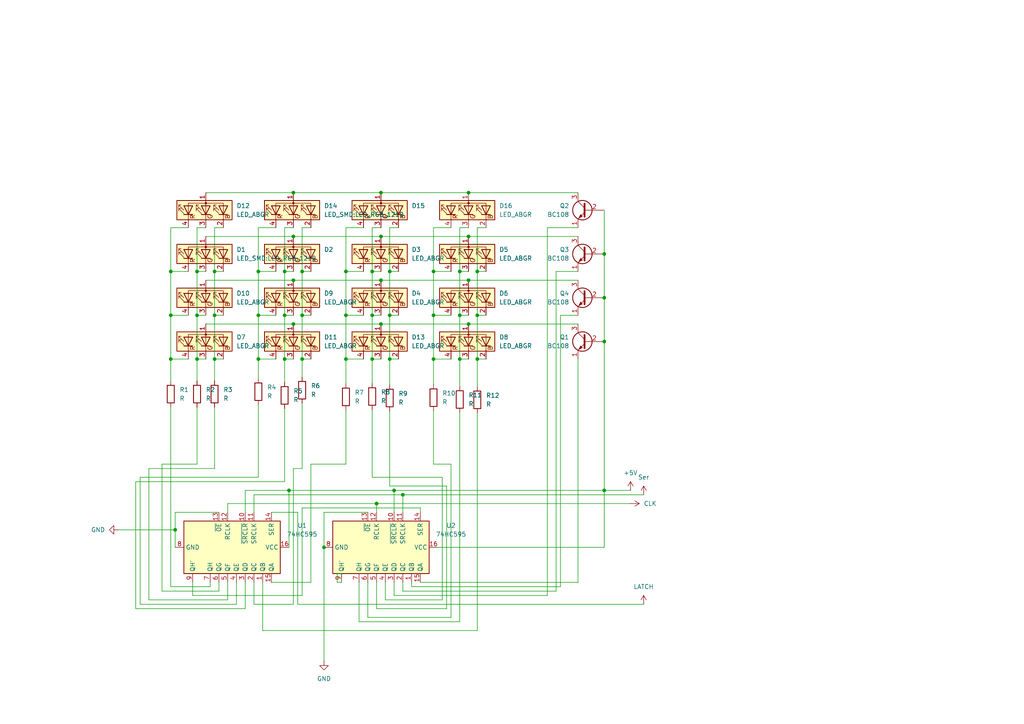
<source format=kicad_sch>
(kicad_sch
	(version 20231120)
	(generator "eeschema")
	(generator_version "8.0")
	(uuid "35e7569d-e6ad-45af-8059-0a3799ddf833")
	(paper "A4")
	(lib_symbols
		(symbol "74xx:74HC595"
			(exclude_from_sim no)
			(in_bom yes)
			(on_board yes)
			(property "Reference" "U"
				(at -7.62 13.97 0)
				(effects
					(font
						(size 1.27 1.27)
					)
				)
			)
			(property "Value" "74HC595"
				(at -7.62 -16.51 0)
				(effects
					(font
						(size 1.27 1.27)
					)
				)
			)
			(property "Footprint" ""
				(at 0 0 0)
				(effects
					(font
						(size 1.27 1.27)
					)
					(hide yes)
				)
			)
			(property "Datasheet" "http://www.ti.com/lit/ds/symlink/sn74hc595.pdf"
				(at 0 0 0)
				(effects
					(font
						(size 1.27 1.27)
					)
					(hide yes)
				)
			)
			(property "Description" "8-bit serial in/out Shift Register 3-State Outputs"
				(at 0 0 0)
				(effects
					(font
						(size 1.27 1.27)
					)
					(hide yes)
				)
			)
			(property "ki_keywords" "HCMOS SR 3State"
				(at 0 0 0)
				(effects
					(font
						(size 1.27 1.27)
					)
					(hide yes)
				)
			)
			(property "ki_fp_filters" "DIP*W7.62mm* SOIC*3.9x9.9mm*P1.27mm* TSSOP*4.4x5mm*P0.65mm* SOIC*5.3x10.2mm*P1.27mm* SOIC*7.5x10.3mm*P1.27mm*"
				(at 0 0 0)
				(effects
					(font
						(size 1.27 1.27)
					)
					(hide yes)
				)
			)
			(symbol "74HC595_1_0"
				(pin tri_state line
					(at 10.16 7.62 180)
					(length 2.54)
					(name "QB"
						(effects
							(font
								(size 1.27 1.27)
							)
						)
					)
					(number "1"
						(effects
							(font
								(size 1.27 1.27)
							)
						)
					)
				)
				(pin input line
					(at -10.16 2.54 0)
					(length 2.54)
					(name "~{SRCLR}"
						(effects
							(font
								(size 1.27 1.27)
							)
						)
					)
					(number "10"
						(effects
							(font
								(size 1.27 1.27)
							)
						)
					)
				)
				(pin input line
					(at -10.16 5.08 0)
					(length 2.54)
					(name "SRCLK"
						(effects
							(font
								(size 1.27 1.27)
							)
						)
					)
					(number "11"
						(effects
							(font
								(size 1.27 1.27)
							)
						)
					)
				)
				(pin input line
					(at -10.16 -2.54 0)
					(length 2.54)
					(name "RCLK"
						(effects
							(font
								(size 1.27 1.27)
							)
						)
					)
					(number "12"
						(effects
							(font
								(size 1.27 1.27)
							)
						)
					)
				)
				(pin input line
					(at -10.16 -5.08 0)
					(length 2.54)
					(name "~{OE}"
						(effects
							(font
								(size 1.27 1.27)
							)
						)
					)
					(number "13"
						(effects
							(font
								(size 1.27 1.27)
							)
						)
					)
				)
				(pin input line
					(at -10.16 10.16 0)
					(length 2.54)
					(name "SER"
						(effects
							(font
								(size 1.27 1.27)
							)
						)
					)
					(number "14"
						(effects
							(font
								(size 1.27 1.27)
							)
						)
					)
				)
				(pin tri_state line
					(at 10.16 10.16 180)
					(length 2.54)
					(name "QA"
						(effects
							(font
								(size 1.27 1.27)
							)
						)
					)
					(number "15"
						(effects
							(font
								(size 1.27 1.27)
							)
						)
					)
				)
				(pin power_in line
					(at 0 15.24 270)
					(length 2.54)
					(name "VCC"
						(effects
							(font
								(size 1.27 1.27)
							)
						)
					)
					(number "16"
						(effects
							(font
								(size 1.27 1.27)
							)
						)
					)
				)
				(pin tri_state line
					(at 10.16 5.08 180)
					(length 2.54)
					(name "QC"
						(effects
							(font
								(size 1.27 1.27)
							)
						)
					)
					(number "2"
						(effects
							(font
								(size 1.27 1.27)
							)
						)
					)
				)
				(pin tri_state line
					(at 10.16 2.54 180)
					(length 2.54)
					(name "QD"
						(effects
							(font
								(size 1.27 1.27)
							)
						)
					)
					(number "3"
						(effects
							(font
								(size 1.27 1.27)
							)
						)
					)
				)
				(pin tri_state line
					(at 10.16 0 180)
					(length 2.54)
					(name "QE"
						(effects
							(font
								(size 1.27 1.27)
							)
						)
					)
					(number "4"
						(effects
							(font
								(size 1.27 1.27)
							)
						)
					)
				)
				(pin tri_state line
					(at 10.16 -2.54 180)
					(length 2.54)
					(name "QF"
						(effects
							(font
								(size 1.27 1.27)
							)
						)
					)
					(number "5"
						(effects
							(font
								(size 1.27 1.27)
							)
						)
					)
				)
				(pin tri_state line
					(at 10.16 -5.08 180)
					(length 2.54)
					(name "QG"
						(effects
							(font
								(size 1.27 1.27)
							)
						)
					)
					(number "6"
						(effects
							(font
								(size 1.27 1.27)
							)
						)
					)
				)
				(pin tri_state line
					(at 10.16 -7.62 180)
					(length 2.54)
					(name "QH"
						(effects
							(font
								(size 1.27 1.27)
							)
						)
					)
					(number "7"
						(effects
							(font
								(size 1.27 1.27)
							)
						)
					)
				)
				(pin power_in line
					(at 0 -17.78 90)
					(length 2.54)
					(name "GND"
						(effects
							(font
								(size 1.27 1.27)
							)
						)
					)
					(number "8"
						(effects
							(font
								(size 1.27 1.27)
							)
						)
					)
				)
				(pin output line
					(at 10.16 -12.7 180)
					(length 2.54)
					(name "QH'"
						(effects
							(font
								(size 1.27 1.27)
							)
						)
					)
					(number "9"
						(effects
							(font
								(size 1.27 1.27)
							)
						)
					)
				)
			)
			(symbol "74HC595_1_1"
				(rectangle
					(start -7.62 12.7)
					(end 7.62 -15.24)
					(stroke
						(width 0.254)
						(type default)
					)
					(fill
						(type background)
					)
				)
			)
		)
		(symbol "Device:LED_ABGR"
			(pin_names
				(offset 0) hide)
			(exclude_from_sim no)
			(in_bom yes)
			(on_board yes)
			(property "Reference" "D"
				(at 0 9.398 0)
				(effects
					(font
						(size 1.27 1.27)
					)
				)
			)
			(property "Value" "LED_ABGR"
				(at 0 -8.89 0)
				(effects
					(font
						(size 1.27 1.27)
					)
				)
			)
			(property "Footprint" ""
				(at 0 -1.27 0)
				(effects
					(font
						(size 1.27 1.27)
					)
					(hide yes)
				)
			)
			(property "Datasheet" "~"
				(at 0 -1.27 0)
				(effects
					(font
						(size 1.27 1.27)
					)
					(hide yes)
				)
			)
			(property "Description" "RGB LED, anode/blue/green/red"
				(at 0 0 0)
				(effects
					(font
						(size 1.27 1.27)
					)
					(hide yes)
				)
			)
			(property "ki_keywords" "LED RGB diode"
				(at 0 0 0)
				(effects
					(font
						(size 1.27 1.27)
					)
					(hide yes)
				)
			)
			(property "ki_fp_filters" "LED* LED_SMD:* LED_THT:*"
				(at 0 0 0)
				(effects
					(font
						(size 1.27 1.27)
					)
					(hide yes)
				)
			)
			(symbol "LED_ABGR_0_0"
				(text "B"
					(at -1.905 -6.35 0)
					(effects
						(font
							(size 1.27 1.27)
						)
					)
				)
				(text "G"
					(at -1.905 -1.27 0)
					(effects
						(font
							(size 1.27 1.27)
						)
					)
				)
				(text "R"
					(at -1.905 3.81 0)
					(effects
						(font
							(size 1.27 1.27)
						)
					)
				)
			)
			(symbol "LED_ABGR_0_1"
				(polyline
					(pts
						(xy -1.27 -5.08) (xy -2.54 -5.08)
					)
					(stroke
						(width 0)
						(type default)
					)
					(fill
						(type none)
					)
				)
				(polyline
					(pts
						(xy -1.27 -5.08) (xy 1.27 -5.08)
					)
					(stroke
						(width 0)
						(type default)
					)
					(fill
						(type none)
					)
				)
				(polyline
					(pts
						(xy -1.27 -3.81) (xy -1.27 -6.35)
					)
					(stroke
						(width 0.254)
						(type default)
					)
					(fill
						(type none)
					)
				)
				(polyline
					(pts
						(xy -1.27 0) (xy -2.54 0)
					)
					(stroke
						(width 0)
						(type default)
					)
					(fill
						(type none)
					)
				)
				(polyline
					(pts
						(xy -1.27 1.27) (xy -1.27 -1.27)
					)
					(stroke
						(width 0.254)
						(type default)
					)
					(fill
						(type none)
					)
				)
				(polyline
					(pts
						(xy -1.27 5.08) (xy -2.54 5.08)
					)
					(stroke
						(width 0)
						(type default)
					)
					(fill
						(type none)
					)
				)
				(polyline
					(pts
						(xy -1.27 5.08) (xy 1.27 5.08)
					)
					(stroke
						(width 0)
						(type default)
					)
					(fill
						(type none)
					)
				)
				(polyline
					(pts
						(xy -1.27 6.35) (xy -1.27 3.81)
					)
					(stroke
						(width 0.254)
						(type default)
					)
					(fill
						(type none)
					)
				)
				(polyline
					(pts
						(xy 1.27 0) (xy -1.27 0)
					)
					(stroke
						(width 0)
						(type default)
					)
					(fill
						(type none)
					)
				)
				(polyline
					(pts
						(xy 1.27 0) (xy 2.54 0)
					)
					(stroke
						(width 0)
						(type default)
					)
					(fill
						(type none)
					)
				)
				(polyline
					(pts
						(xy -1.27 1.27) (xy -1.27 -1.27) (xy -1.27 -1.27)
					)
					(stroke
						(width 0)
						(type default)
					)
					(fill
						(type none)
					)
				)
				(polyline
					(pts
						(xy -1.27 6.35) (xy -1.27 3.81) (xy -1.27 3.81)
					)
					(stroke
						(width 0)
						(type default)
					)
					(fill
						(type none)
					)
				)
				(polyline
					(pts
						(xy 1.27 -5.08) (xy 2.032 -5.08) (xy 2.032 5.08) (xy 1.27 5.08)
					)
					(stroke
						(width 0)
						(type default)
					)
					(fill
						(type none)
					)
				)
				(polyline
					(pts
						(xy 1.27 -3.81) (xy 1.27 -6.35) (xy -1.27 -5.08) (xy 1.27 -3.81)
					)
					(stroke
						(width 0.254)
						(type default)
					)
					(fill
						(type none)
					)
				)
				(polyline
					(pts
						(xy 1.27 1.27) (xy 1.27 -1.27) (xy -1.27 0) (xy 1.27 1.27)
					)
					(stroke
						(width 0.254)
						(type default)
					)
					(fill
						(type none)
					)
				)
				(polyline
					(pts
						(xy 1.27 6.35) (xy 1.27 3.81) (xy -1.27 5.08) (xy 1.27 6.35)
					)
					(stroke
						(width 0.254)
						(type default)
					)
					(fill
						(type none)
					)
				)
				(polyline
					(pts
						(xy -1.016 -3.81) (xy 0.508 -2.286) (xy -0.254 -2.286) (xy 0.508 -2.286) (xy 0.508 -3.048)
					)
					(stroke
						(width 0)
						(type default)
					)
					(fill
						(type none)
					)
				)
				(polyline
					(pts
						(xy -1.016 1.27) (xy 0.508 2.794) (xy -0.254 2.794) (xy 0.508 2.794) (xy 0.508 2.032)
					)
					(stroke
						(width 0)
						(type default)
					)
					(fill
						(type none)
					)
				)
				(polyline
					(pts
						(xy -1.016 6.35) (xy 0.508 7.874) (xy -0.254 7.874) (xy 0.508 7.874) (xy 0.508 7.112)
					)
					(stroke
						(width 0)
						(type default)
					)
					(fill
						(type none)
					)
				)
				(polyline
					(pts
						(xy 0 -3.81) (xy 1.524 -2.286) (xy 0.762 -2.286) (xy 1.524 -2.286) (xy 1.524 -3.048)
					)
					(stroke
						(width 0)
						(type default)
					)
					(fill
						(type none)
					)
				)
				(polyline
					(pts
						(xy 0 1.27) (xy 1.524 2.794) (xy 0.762 2.794) (xy 1.524 2.794) (xy 1.524 2.032)
					)
					(stroke
						(width 0)
						(type default)
					)
					(fill
						(type none)
					)
				)
				(polyline
					(pts
						(xy 0 6.35) (xy 1.524 7.874) (xy 0.762 7.874) (xy 1.524 7.874) (xy 1.524 7.112)
					)
					(stroke
						(width 0)
						(type default)
					)
					(fill
						(type none)
					)
				)
				(rectangle
					(start 1.27 -1.27)
					(end 1.27 1.27)
					(stroke
						(width 0)
						(type default)
					)
					(fill
						(type none)
					)
				)
				(rectangle
					(start 1.27 1.27)
					(end 1.27 1.27)
					(stroke
						(width 0)
						(type default)
					)
					(fill
						(type none)
					)
				)
				(rectangle
					(start 1.27 3.81)
					(end 1.27 6.35)
					(stroke
						(width 0)
						(type default)
					)
					(fill
						(type none)
					)
				)
				(rectangle
					(start 1.27 6.35)
					(end 1.27 6.35)
					(stroke
						(width 0)
						(type default)
					)
					(fill
						(type none)
					)
				)
				(circle
					(center 2.032 0)
					(radius 0.254)
					(stroke
						(width 0)
						(type default)
					)
					(fill
						(type outline)
					)
				)
				(rectangle
					(start 2.794 8.382)
					(end -2.794 -7.62)
					(stroke
						(width 0.254)
						(type default)
					)
					(fill
						(type background)
					)
				)
			)
			(symbol "LED_ABGR_1_1"
				(pin passive line
					(at 5.08 0 180)
					(length 2.54)
					(name "A"
						(effects
							(font
								(size 1.27 1.27)
							)
						)
					)
					(number "1"
						(effects
							(font
								(size 1.27 1.27)
							)
						)
					)
				)
				(pin passive line
					(at -5.08 -5.08 0)
					(length 2.54)
					(name "BK"
						(effects
							(font
								(size 1.27 1.27)
							)
						)
					)
					(number "2"
						(effects
							(font
								(size 1.27 1.27)
							)
						)
					)
				)
				(pin passive line
					(at -5.08 0 0)
					(length 2.54)
					(name "GK"
						(effects
							(font
								(size 1.27 1.27)
							)
						)
					)
					(number "3"
						(effects
							(font
								(size 1.27 1.27)
							)
						)
					)
				)
				(pin passive line
					(at -5.08 5.08 0)
					(length 2.54)
					(name "RK"
						(effects
							(font
								(size 1.27 1.27)
							)
						)
					)
					(number "4"
						(effects
							(font
								(size 1.27 1.27)
							)
						)
					)
				)
			)
		)
		(symbol "Device:R"
			(pin_numbers hide)
			(pin_names
				(offset 0)
			)
			(exclude_from_sim no)
			(in_bom yes)
			(on_board yes)
			(property "Reference" "R"
				(at 2.032 0 90)
				(effects
					(font
						(size 1.27 1.27)
					)
				)
			)
			(property "Value" "R"
				(at 0 0 90)
				(effects
					(font
						(size 1.27 1.27)
					)
				)
			)
			(property "Footprint" ""
				(at -1.778 0 90)
				(effects
					(font
						(size 1.27 1.27)
					)
					(hide yes)
				)
			)
			(property "Datasheet" "~"
				(at 0 0 0)
				(effects
					(font
						(size 1.27 1.27)
					)
					(hide yes)
				)
			)
			(property "Description" "Resistor"
				(at 0 0 0)
				(effects
					(font
						(size 1.27 1.27)
					)
					(hide yes)
				)
			)
			(property "ki_keywords" "R res resistor"
				(at 0 0 0)
				(effects
					(font
						(size 1.27 1.27)
					)
					(hide yes)
				)
			)
			(property "ki_fp_filters" "R_*"
				(at 0 0 0)
				(effects
					(font
						(size 1.27 1.27)
					)
					(hide yes)
				)
			)
			(symbol "R_0_1"
				(rectangle
					(start -1.016 -2.54)
					(end 1.016 2.54)
					(stroke
						(width 0.254)
						(type default)
					)
					(fill
						(type none)
					)
				)
			)
			(symbol "R_1_1"
				(pin passive line
					(at 0 3.81 270)
					(length 1.27)
					(name "~"
						(effects
							(font
								(size 1.27 1.27)
							)
						)
					)
					(number "1"
						(effects
							(font
								(size 1.27 1.27)
							)
						)
					)
				)
				(pin passive line
					(at 0 -3.81 90)
					(length 1.27)
					(name "~"
						(effects
							(font
								(size 1.27 1.27)
							)
						)
					)
					(number "2"
						(effects
							(font
								(size 1.27 1.27)
							)
						)
					)
				)
			)
		)
		(symbol "Transistor_BJT:BC108"
			(pin_names
				(offset 0) hide)
			(exclude_from_sim no)
			(in_bom yes)
			(on_board yes)
			(property "Reference" "Q"
				(at 5.08 1.905 0)
				(effects
					(font
						(size 1.27 1.27)
					)
					(justify left)
				)
			)
			(property "Value" "BC108"
				(at 5.08 0 0)
				(effects
					(font
						(size 1.27 1.27)
					)
					(justify left)
				)
			)
			(property "Footprint" "Package_TO_SOT_THT:TO-18-3"
				(at 5.08 -1.905 0)
				(effects
					(font
						(size 1.27 1.27)
						(italic yes)
					)
					(justify left)
					(hide yes)
				)
			)
			(property "Datasheet" "http://www.b-kainka.de/Daten/Transistor/BC108.pdf"
				(at 0 0 0)
				(effects
					(font
						(size 1.27 1.27)
					)
					(justify left)
					(hide yes)
				)
			)
			(property "Description" "0.1A Ic, 30V Vce, Low Noise General Purpose NPN Transistor, TO-18"
				(at 0 0 0)
				(effects
					(font
						(size 1.27 1.27)
					)
					(hide yes)
				)
			)
			(property "ki_keywords" "NPN low noise transistor"
				(at 0 0 0)
				(effects
					(font
						(size 1.27 1.27)
					)
					(hide yes)
				)
			)
			(property "ki_fp_filters" "TO?18*"
				(at 0 0 0)
				(effects
					(font
						(size 1.27 1.27)
					)
					(hide yes)
				)
			)
			(symbol "BC108_0_1"
				(polyline
					(pts
						(xy 0.635 0.635) (xy 2.54 2.54)
					)
					(stroke
						(width 0)
						(type default)
					)
					(fill
						(type none)
					)
				)
				(polyline
					(pts
						(xy 0.635 -0.635) (xy 2.54 -2.54) (xy 2.54 -2.54)
					)
					(stroke
						(width 0)
						(type default)
					)
					(fill
						(type none)
					)
				)
				(polyline
					(pts
						(xy 0.635 1.905) (xy 0.635 -1.905) (xy 0.635 -1.905)
					)
					(stroke
						(width 0.508)
						(type default)
					)
					(fill
						(type none)
					)
				)
				(polyline
					(pts
						(xy 1.27 -1.778) (xy 1.778 -1.27) (xy 2.286 -2.286) (xy 1.27 -1.778) (xy 1.27 -1.778)
					)
					(stroke
						(width 0)
						(type default)
					)
					(fill
						(type outline)
					)
				)
				(circle
					(center 1.27 0)
					(radius 2.8194)
					(stroke
						(width 0.254)
						(type default)
					)
					(fill
						(type none)
					)
				)
			)
			(symbol "BC108_1_1"
				(pin passive line
					(at 2.54 -5.08 90)
					(length 2.54)
					(name "E"
						(effects
							(font
								(size 1.27 1.27)
							)
						)
					)
					(number "1"
						(effects
							(font
								(size 1.27 1.27)
							)
						)
					)
				)
				(pin input line
					(at -5.08 0 0)
					(length 5.715)
					(name "B"
						(effects
							(font
								(size 1.27 1.27)
							)
						)
					)
					(number "2"
						(effects
							(font
								(size 1.27 1.27)
							)
						)
					)
				)
				(pin passive line
					(at 2.54 5.08 270)
					(length 2.54)
					(name "C"
						(effects
							(font
								(size 1.27 1.27)
							)
						)
					)
					(number "3"
						(effects
							(font
								(size 1.27 1.27)
							)
						)
					)
				)
			)
		)
		(symbol "power:+5V"
			(power)
			(pin_numbers hide)
			(pin_names
				(offset 0) hide)
			(exclude_from_sim no)
			(in_bom yes)
			(on_board yes)
			(property "Reference" "#PWR"
				(at 0 -3.81 0)
				(effects
					(font
						(size 1.27 1.27)
					)
					(hide yes)
				)
			)
			(property "Value" "+5V"
				(at 0 3.556 0)
				(effects
					(font
						(size 1.27 1.27)
					)
				)
			)
			(property "Footprint" ""
				(at 0 0 0)
				(effects
					(font
						(size 1.27 1.27)
					)
					(hide yes)
				)
			)
			(property "Datasheet" ""
				(at 0 0 0)
				(effects
					(font
						(size 1.27 1.27)
					)
					(hide yes)
				)
			)
			(property "Description" "Power symbol creates a global label with name \"+5V\""
				(at 0 0 0)
				(effects
					(font
						(size 1.27 1.27)
					)
					(hide yes)
				)
			)
			(property "ki_keywords" "global power"
				(at 0 0 0)
				(effects
					(font
						(size 1.27 1.27)
					)
					(hide yes)
				)
			)
			(symbol "+5V_0_1"
				(polyline
					(pts
						(xy -0.762 1.27) (xy 0 2.54)
					)
					(stroke
						(width 0)
						(type default)
					)
					(fill
						(type none)
					)
				)
				(polyline
					(pts
						(xy 0 0) (xy 0 2.54)
					)
					(stroke
						(width 0)
						(type default)
					)
					(fill
						(type none)
					)
				)
				(polyline
					(pts
						(xy 0 2.54) (xy 0.762 1.27)
					)
					(stroke
						(width 0)
						(type default)
					)
					(fill
						(type none)
					)
				)
			)
			(symbol "+5V_1_1"
				(pin power_in line
					(at 0 0 90)
					(length 0)
					(name "~"
						(effects
							(font
								(size 1.27 1.27)
							)
						)
					)
					(number "1"
						(effects
							(font
								(size 1.27 1.27)
							)
						)
					)
				)
			)
		)
		(symbol "power:GND"
			(power)
			(pin_numbers hide)
			(pin_names
				(offset 0) hide)
			(exclude_from_sim no)
			(in_bom yes)
			(on_board yes)
			(property "Reference" "#PWR"
				(at 0 -6.35 0)
				(effects
					(font
						(size 1.27 1.27)
					)
					(hide yes)
				)
			)
			(property "Value" "GND"
				(at 0 -3.81 0)
				(effects
					(font
						(size 1.27 1.27)
					)
				)
			)
			(property "Footprint" ""
				(at 0 0 0)
				(effects
					(font
						(size 1.27 1.27)
					)
					(hide yes)
				)
			)
			(property "Datasheet" ""
				(at 0 0 0)
				(effects
					(font
						(size 1.27 1.27)
					)
					(hide yes)
				)
			)
			(property "Description" "Power symbol creates a global label with name \"GND\" , ground"
				(at 0 0 0)
				(effects
					(font
						(size 1.27 1.27)
					)
					(hide yes)
				)
			)
			(property "ki_keywords" "global power"
				(at 0 0 0)
				(effects
					(font
						(size 1.27 1.27)
					)
					(hide yes)
				)
			)
			(symbol "GND_0_1"
				(polyline
					(pts
						(xy 0 0) (xy 0 -1.27) (xy 1.27 -1.27) (xy 0 -2.54) (xy -1.27 -1.27) (xy 0 -1.27)
					)
					(stroke
						(width 0)
						(type default)
					)
					(fill
						(type none)
					)
				)
			)
			(symbol "GND_1_1"
				(pin power_in line
					(at 0 0 270)
					(length 0)
					(name "~"
						(effects
							(font
								(size 1.27 1.27)
							)
						)
					)
					(number "1"
						(effects
							(font
								(size 1.27 1.27)
							)
						)
					)
				)
			)
		)
	)
	(junction
		(at 49.53 104.14)
		(diameter 0)
		(color 0 0 0 0)
		(uuid "047d4552-305e-46bd-9c77-9e804a3a35e2")
	)
	(junction
		(at 138.43 91.44)
		(diameter 0)
		(color 0 0 0 0)
		(uuid "06af8530-cfcb-444c-ba91-397bec2dc439")
	)
	(junction
		(at 50.8 153.67)
		(diameter 0)
		(color 0 0 0 0)
		(uuid "131947ee-fb1d-4139-b6d6-c433ac697290")
	)
	(junction
		(at 135.89 81.28)
		(diameter 0)
		(color 0 0 0 0)
		(uuid "160570ae-dcc6-45aa-ac48-93a7a1e2f5c9")
	)
	(junction
		(at 62.23 78.74)
		(diameter 0)
		(color 0 0 0 0)
		(uuid "22f6570a-d11e-4b9d-be38-bdc38246e11c")
	)
	(junction
		(at 83.82 142.24)
		(diameter 0)
		(color 0 0 0 0)
		(uuid "246fc8f7-ee4c-4c5f-8ad5-2c088c253c9c")
	)
	(junction
		(at 109.22 146.05)
		(diameter 0)
		(color 0 0 0 0)
		(uuid "2779b743-3db7-4f89-b66e-03b936bfc7f4")
	)
	(junction
		(at 175.26 99.06)
		(diameter 0)
		(color 0 0 0 0)
		(uuid "312072f9-ae7f-4911-8d68-598ad6d1a13d")
	)
	(junction
		(at 100.33 78.74)
		(diameter 0)
		(color 0 0 0 0)
		(uuid "3551a97a-82cb-4626-988e-6d8a6749102b")
	)
	(junction
		(at 138.43 104.14)
		(diameter 0)
		(color 0 0 0 0)
		(uuid "35cde405-479a-4b92-8c15-a49e671accb3")
	)
	(junction
		(at 57.15 91.44)
		(diameter 0)
		(color 0 0 0 0)
		(uuid "37e1949a-5f50-424b-a028-97e4f3262dd2")
	)
	(junction
		(at 110.49 55.88)
		(diameter 0)
		(color 0 0 0 0)
		(uuid "3d1d5620-5f3d-45ef-88f2-ef5a92f38d9f")
	)
	(junction
		(at 113.03 78.74)
		(diameter 0)
		(color 0 0 0 0)
		(uuid "40f8e235-511f-42ea-a3de-9acd4e24ff33")
	)
	(junction
		(at 133.35 78.74)
		(diameter 0)
		(color 0 0 0 0)
		(uuid "4206d8c6-f8e9-4ffc-aa43-9a1d667cd6dd")
	)
	(junction
		(at 74.93 91.44)
		(diameter 0)
		(color 0 0 0 0)
		(uuid "4274e631-525f-4de8-a80c-688880f10560")
	)
	(junction
		(at 107.95 91.44)
		(diameter 0)
		(color 0 0 0 0)
		(uuid "4de95710-b81f-4478-899d-1562d6b3b19a")
	)
	(junction
		(at 125.73 78.74)
		(diameter 0)
		(color 0 0 0 0)
		(uuid "4e4d31ab-ea56-4940-8760-987d4a96c0aa")
	)
	(junction
		(at 87.63 104.14)
		(diameter 0)
		(color 0 0 0 0)
		(uuid "50ebb3d0-5f2c-4a6b-9159-f94b032449ee")
	)
	(junction
		(at 62.23 91.44)
		(diameter 0)
		(color 0 0 0 0)
		(uuid "549a61d3-8df1-4c25-9aa0-b0c82ff260bd")
	)
	(junction
		(at 175.26 86.36)
		(diameter 0)
		(color 0 0 0 0)
		(uuid "568c07af-5c79-4f3e-a19d-83109b46d963")
	)
	(junction
		(at 114.3 142.24)
		(diameter 0)
		(color 0 0 0 0)
		(uuid "5c9175a2-2da7-419a-b8b7-f7fbd4c59188")
	)
	(junction
		(at 138.43 78.74)
		(diameter 0)
		(color 0 0 0 0)
		(uuid "602b5148-eebf-4e3d-b886-37f9d6300e07")
	)
	(junction
		(at 125.73 91.44)
		(diameter 0)
		(color 0 0 0 0)
		(uuid "62445d25-370f-4373-a497-ff2f47307c03")
	)
	(junction
		(at 116.84 143.51)
		(diameter 0)
		(color 0 0 0 0)
		(uuid "737e0de1-b68b-49e5-8373-b1c9da8278b3")
	)
	(junction
		(at 87.63 78.74)
		(diameter 0)
		(color 0 0 0 0)
		(uuid "7c8c3acc-8dc9-48ce-a35d-b42ffda093d9")
	)
	(junction
		(at 49.53 78.74)
		(diameter 0)
		(color 0 0 0 0)
		(uuid "7f475f98-277b-4b20-9749-f721da380e51")
	)
	(junction
		(at 110.49 93.98)
		(diameter 0)
		(color 0 0 0 0)
		(uuid "812bca91-6acb-4db0-b9f0-406e79b706a6")
	)
	(junction
		(at 110.49 81.28)
		(diameter 0)
		(color 0 0 0 0)
		(uuid "817ab7c6-a2de-4c4a-93c7-23658786b12c")
	)
	(junction
		(at 85.09 81.28)
		(diameter 0)
		(color 0 0 0 0)
		(uuid "81834e4f-a251-43ba-a417-8a84369329e6")
	)
	(junction
		(at 175.26 73.66)
		(diameter 0)
		(color 0 0 0 0)
		(uuid "845a88be-a903-4e8f-ae6d-7ab65e79a6fa")
	)
	(junction
		(at 100.33 91.44)
		(diameter 0)
		(color 0 0 0 0)
		(uuid "88e52d0d-10ec-4370-b590-c49523a1e7c4")
	)
	(junction
		(at 82.55 104.14)
		(diameter 0)
		(color 0 0 0 0)
		(uuid "8b25d5e5-b453-4a1e-bb17-9c25d3177290")
	)
	(junction
		(at 125.73 104.14)
		(diameter 0)
		(color 0 0 0 0)
		(uuid "9a16414e-b22e-4b9c-9af8-c9aadd1a3984")
	)
	(junction
		(at 135.89 68.58)
		(diameter 0)
		(color 0 0 0 0)
		(uuid "9aa30e4a-3ef0-44ee-9798-364339fd03a0")
	)
	(junction
		(at 82.55 91.44)
		(diameter 0)
		(color 0 0 0 0)
		(uuid "a15106d2-6154-4c9d-bc13-faefbd05c7be")
	)
	(junction
		(at 93.98 158.75)
		(diameter 0)
		(color 0 0 0 0)
		(uuid "a96e3092-948b-40b6-9037-d92ec55faff8")
	)
	(junction
		(at 57.15 104.14)
		(diameter 0)
		(color 0 0 0 0)
		(uuid "acfa06ce-ca93-4af9-b664-7ff809648e3d")
	)
	(junction
		(at 87.63 91.44)
		(diameter 0)
		(color 0 0 0 0)
		(uuid "afe365c9-05cf-41fe-ad15-ddc835f17e51")
	)
	(junction
		(at 62.23 104.14)
		(diameter 0)
		(color 0 0 0 0)
		(uuid "b0c96422-a5dd-4d98-8822-99f86c7fc24c")
	)
	(junction
		(at 113.03 104.14)
		(diameter 0)
		(color 0 0 0 0)
		(uuid "b1bdd6f0-9567-4d6a-86da-97b2ed1c7c79")
	)
	(junction
		(at 113.03 91.44)
		(diameter 0)
		(color 0 0 0 0)
		(uuid "b34aa5ad-1777-4797-ab90-ebdd2574ff4e")
	)
	(junction
		(at 49.53 91.44)
		(diameter 0)
		(color 0 0 0 0)
		(uuid "bf389218-905d-44de-b2c5-e1a62ad466da")
	)
	(junction
		(at 74.93 104.14)
		(diameter 0)
		(color 0 0 0 0)
		(uuid "cb25a888-f9d7-4420-8832-0317434ff8d7")
	)
	(junction
		(at 175.26 142.24)
		(diameter 0)
		(color 0 0 0 0)
		(uuid "ccd26614-abff-4009-9859-9ed7e910a15d")
	)
	(junction
		(at 85.09 55.88)
		(diameter 0)
		(color 0 0 0 0)
		(uuid "d518d745-afd4-4af0-8764-87e7485998c8")
	)
	(junction
		(at 133.35 91.44)
		(diameter 0)
		(color 0 0 0 0)
		(uuid "dbeb760d-dcdb-4270-b028-4ad407641be4")
	)
	(junction
		(at 74.93 78.74)
		(diameter 0)
		(color 0 0 0 0)
		(uuid "deada9d5-0599-41b8-bc86-eafb23621d37")
	)
	(junction
		(at 135.89 93.98)
		(diameter 0)
		(color 0 0 0 0)
		(uuid "e079c082-2d5e-49b8-9584-cd93dc73b04e")
	)
	(junction
		(at 85.09 93.98)
		(diameter 0)
		(color 0 0 0 0)
		(uuid "e5f16ec7-f791-4f3d-9d7a-b3573b5e98f9")
	)
	(junction
		(at 110.49 68.58)
		(diameter 0)
		(color 0 0 0 0)
		(uuid "e8fcaa26-294a-467c-bfe2-fa77830c1b6e")
	)
	(junction
		(at 100.33 104.14)
		(diameter 0)
		(color 0 0 0 0)
		(uuid "ebb12314-4757-4338-b911-7269b35f1ca2")
	)
	(junction
		(at 85.09 68.58)
		(diameter 0)
		(color 0 0 0 0)
		(uuid "ec690b8d-76f5-4f9e-adf5-164f78b03107")
	)
	(junction
		(at 107.95 78.74)
		(diameter 0)
		(color 0 0 0 0)
		(uuid "f2ee2145-ef75-4437-ab0d-8cb04aec8f9a")
	)
	(junction
		(at 133.35 104.14)
		(diameter 0)
		(color 0 0 0 0)
		(uuid "f612ff7d-3dac-44c8-a5a9-1591360674f8")
	)
	(junction
		(at 107.95 104.14)
		(diameter 0)
		(color 0 0 0 0)
		(uuid "f7fdbd7d-3a51-4156-8034-2425a25f8663")
	)
	(junction
		(at 57.15 78.74)
		(diameter 0)
		(color 0 0 0 0)
		(uuid "fb35f203-ffd1-4d01-b209-91c1815bbe6b")
	)
	(junction
		(at 135.89 55.88)
		(diameter 0)
		(color 0 0 0 0)
		(uuid "ff309b6e-5b4f-410b-a07d-00f98474e80f")
	)
	(junction
		(at 82.55 78.74)
		(diameter 0)
		(color 0 0 0 0)
		(uuid "ffa1f22d-3367-4268-9a7a-77b89873f790")
	)
	(wire
		(pts
			(xy 93.98 148.59) (xy 93.98 158.75)
		)
		(stroke
			(width 0)
			(type default)
		)
		(uuid "01035325-9d2a-4135-a1f4-f9a8df05ae28")
	)
	(wire
		(pts
			(xy 158.75 172.72) (xy 114.3 172.72)
		)
		(stroke
			(width 0)
			(type default)
		)
		(uuid "011fbee7-29a0-45f5-bfd3-23632099d1dd")
	)
	(wire
		(pts
			(xy 175.26 86.36) (xy 175.26 99.06)
		)
		(stroke
			(width 0)
			(type default)
		)
		(uuid "0165152d-2d94-4814-b433-c95fb3dbaa84")
	)
	(wire
		(pts
			(xy 49.53 104.14) (xy 49.53 110.49)
		)
		(stroke
			(width 0)
			(type default)
		)
		(uuid "032fefc2-53cd-4430-bdb7-22cc451940f3")
	)
	(wire
		(pts
			(xy 90.17 66.04) (xy 87.63 66.04)
		)
		(stroke
			(width 0)
			(type default)
		)
		(uuid "061b8c10-9be2-4e11-9c29-2514fb1f6d41")
	)
	(wire
		(pts
			(xy 175.26 142.24) (xy 182.88 142.24)
		)
		(stroke
			(width 0)
			(type default)
		)
		(uuid "068f0e99-7afa-4b01-8d49-72a1652d8ed6")
	)
	(wire
		(pts
			(xy 135.89 68.58) (xy 167.64 68.58)
		)
		(stroke
			(width 0)
			(type default)
		)
		(uuid "0824d58b-4de8-4536-8013-e7fcf534ddfd")
	)
	(wire
		(pts
			(xy 113.03 78.74) (xy 113.03 91.44)
		)
		(stroke
			(width 0)
			(type default)
		)
		(uuid "083f59a4-f4d1-4896-a7fd-58ad147a9b6d")
	)
	(wire
		(pts
			(xy 161.29 171.45) (xy 116.84 171.45)
		)
		(stroke
			(width 0)
			(type default)
		)
		(uuid "0943f313-b858-4f29-bc26-cdd55b4294e1")
	)
	(wire
		(pts
			(xy 85.09 175.26) (xy 85.09 135.89)
		)
		(stroke
			(width 0)
			(type default)
		)
		(uuid "0adefffc-5c1b-4096-bb9a-316323e04458")
	)
	(wire
		(pts
			(xy 83.82 158.75) (xy 83.82 142.24)
		)
		(stroke
			(width 0)
			(type default)
		)
		(uuid "0d2c2e7f-b809-4c78-a42f-9235fd268f33")
	)
	(wire
		(pts
			(xy 129.54 176.53) (xy 109.22 176.53)
		)
		(stroke
			(width 0)
			(type default)
		)
		(uuid "0d443cf3-ca8d-46de-b4cd-1f8003c87db4")
	)
	(wire
		(pts
			(xy 105.41 66.04) (xy 100.33 66.04)
		)
		(stroke
			(width 0)
			(type default)
		)
		(uuid "0da3eff3-f474-4a12-b800-1b685daa0834")
	)
	(wire
		(pts
			(xy 113.03 104.14) (xy 113.03 111.6278)
		)
		(stroke
			(width 0)
			(type default)
		)
		(uuid "0eb09ae2-9b54-4ea3-b53b-4c5836d40bd4")
	)
	(wire
		(pts
			(xy 97.79 166.37) (xy 97.79 168.91)
		)
		(stroke
			(width 0)
			(type default)
		)
		(uuid "100bfc4b-e2e4-480e-ac77-657ac043e0e6")
	)
	(wire
		(pts
			(xy 125.73 104.14) (xy 125.73 111.52)
		)
		(stroke
			(width 0)
			(type default)
		)
		(uuid "11f536cc-cfb1-4381-82ac-6cf7a00ad213")
	)
	(wire
		(pts
			(xy 64.77 66.04) (xy 62.23 66.04)
		)
		(stroke
			(width 0)
			(type default)
		)
		(uuid "1203e98a-7fcc-4529-abcc-7b0d06f8c3d8")
	)
	(wire
		(pts
			(xy 113.03 119.2478) (xy 113.03 140.97)
		)
		(stroke
			(width 0)
			(type default)
		)
		(uuid "12801ffb-0e91-4cfa-b375-c36974a6101e")
	)
	(wire
		(pts
			(xy 135.89 55.88) (xy 167.64 55.88)
		)
		(stroke
			(width 0)
			(type default)
		)
		(uuid "129c1d44-b0f7-4722-b7d9-0062e5c5a144")
	)
	(wire
		(pts
			(xy 82.55 104.14) (xy 85.09 104.14)
		)
		(stroke
			(width 0)
			(type default)
		)
		(uuid "12cf0a27-b699-408b-9571-941e3a2031c3")
	)
	(wire
		(pts
			(xy 133.35 104.14) (xy 135.89 104.14)
		)
		(stroke
			(width 0)
			(type default)
		)
		(uuid "152123b4-1d84-4d25-b1dd-e3df9e6348e9")
	)
	(wire
		(pts
			(xy 167.64 168.91) (xy 121.92 168.91)
		)
		(stroke
			(width 0)
			(type default)
		)
		(uuid "153d8538-198e-4ea1-8c9a-97f265015ffa")
	)
	(wire
		(pts
			(xy 93.98 148.59) (xy 106.68 148.59)
		)
		(stroke
			(width 0)
			(type default)
		)
		(uuid "158ff86f-7afc-425b-bf96-b1cd10e2748e")
	)
	(wire
		(pts
			(xy 85.09 135.89) (xy 87.63 135.89)
		)
		(stroke
			(width 0)
			(type default)
		)
		(uuid "16dc4ede-7866-41e0-8d74-307ddd3d0b78")
	)
	(wire
		(pts
			(xy 49.53 91.44) (xy 54.61 91.44)
		)
		(stroke
			(width 0)
			(type default)
		)
		(uuid "17eb4c34-070c-42d9-af7b-6b4a4c60eb62")
	)
	(wire
		(pts
			(xy 80.01 66.04) (xy 74.93 66.04)
		)
		(stroke
			(width 0)
			(type default)
		)
		(uuid "1814f476-a22c-40fa-925b-e4e738b05509")
	)
	(wire
		(pts
			(xy 34.29 153.67) (xy 50.8 153.67)
		)
		(stroke
			(width 0)
			(type default)
		)
		(uuid "182ab37f-3573-418b-89c2-e8ce5d2681dc")
	)
	(wire
		(pts
			(xy 100.33 104.14) (xy 100.33 111.3043)
		)
		(stroke
			(width 0)
			(type default)
		)
		(uuid "194ab4d9-faa0-4865-9bbc-fbb7fa783549")
	)
	(wire
		(pts
			(xy 87.63 66.04) (xy 87.63 78.74)
		)
		(stroke
			(width 0)
			(type default)
		)
		(uuid "197effac-1ec9-44d9-bbf0-2652200296d7")
	)
	(wire
		(pts
			(xy 59.69 93.98) (xy 85.09 93.98)
		)
		(stroke
			(width 0)
			(type default)
		)
		(uuid "198d9e68-358f-485d-a278-6b7cdc7bf23f")
	)
	(wire
		(pts
			(xy 162.56 170.18) (xy 119.38 170.18)
		)
		(stroke
			(width 0)
			(type default)
		)
		(uuid "19bc7c3c-86f9-42b1-ad90-a1fa3c335ab9")
	)
	(wire
		(pts
			(xy 99.06 168.91) (xy 97.79 168.91)
		)
		(stroke
			(width 0)
			(type default)
		)
		(uuid "1bca54b9-fd5b-4bea-afef-d632ca3a92e0")
	)
	(wire
		(pts
			(xy 62.23 118.11) (xy 62.23 135.89)
		)
		(stroke
			(width 0)
			(type default)
		)
		(uuid "1bfa0a7a-85e6-49a3-a609-185ce6014b32")
	)
	(wire
		(pts
			(xy 85.09 68.58) (xy 110.49 68.58)
		)
		(stroke
			(width 0)
			(type default)
		)
		(uuid "1ca31d0b-4c63-4476-b864-a65c7972d571")
	)
	(wire
		(pts
			(xy 116.84 143.51) (xy 116.84 148.59)
		)
		(stroke
			(width 0)
			(type default)
		)
		(uuid "1e908689-358c-49ca-97b0-7bea5cad64dc")
	)
	(wire
		(pts
			(xy 87.63 78.74) (xy 87.63 91.44)
		)
		(stroke
			(width 0)
			(type default)
		)
		(uuid "21b096be-64a2-490b-8888-419f796ff57b")
	)
	(wire
		(pts
			(xy 62.23 91.44) (xy 64.77 91.44)
		)
		(stroke
			(width 0)
			(type default)
		)
		(uuid "22181a57-a26a-4e52-b0be-a6c7bb4ddfbd")
	)
	(wire
		(pts
			(xy 167.64 91.44) (xy 162.56 91.44)
		)
		(stroke
			(width 0)
			(type default)
		)
		(uuid "23ffefa1-f3df-4f23-8acb-c3d6c629c243")
	)
	(wire
		(pts
			(xy 63.5 148.59) (xy 50.8 148.59)
		)
		(stroke
			(width 0)
			(type default)
		)
		(uuid "258ddc0c-53cd-47d0-901f-e8f7fe023ac8")
	)
	(wire
		(pts
			(xy 66.04 146.05) (xy 109.22 146.05)
		)
		(stroke
			(width 0)
			(type default)
		)
		(uuid "26e358e7-578b-4806-9bc4-ff5be405ecca")
	)
	(wire
		(pts
			(xy 167.64 66.04) (xy 158.75 66.04)
		)
		(stroke
			(width 0)
			(type default)
		)
		(uuid "272c3091-8d73-4a6a-a5a7-f6dbcc15dcbb")
	)
	(wire
		(pts
			(xy 113.03 140.97) (xy 129.54 140.97)
		)
		(stroke
			(width 0)
			(type default)
		)
		(uuid "28610032-5259-436e-a0fd-7a14e34312dc")
	)
	(wire
		(pts
			(xy 73.66 168.91) (xy 73.66 175.26)
		)
		(stroke
			(width 0)
			(type default)
		)
		(uuid "2a021fb1-f4ae-4718-9854-16893819b045")
	)
	(wire
		(pts
			(xy 85.09 81.28) (xy 110.49 81.28)
		)
		(stroke
			(width 0)
			(type default)
		)
		(uuid "2b4a0b75-1a78-4533-9be9-27934d97d451")
	)
	(wire
		(pts
			(xy 85.09 91.44) (xy 82.55 91.44)
		)
		(stroke
			(width 0)
			(type default)
		)
		(uuid "2c857b11-31dc-4ab7-8997-c056e6b7b59e")
	)
	(wire
		(pts
			(xy 130.81 134.62) (xy 130.81 179.07)
		)
		(stroke
			(width 0)
			(type default)
		)
		(uuid "2f294ad4-81e2-48a8-a907-1e9d5c896cf9")
	)
	(wire
		(pts
			(xy 62.23 135.89) (xy 43.18 135.89)
		)
		(stroke
			(width 0)
			(type default)
		)
		(uuid "2f5b2752-5966-44b1-97ac-27ba25eb2826")
	)
	(wire
		(pts
			(xy 133.35 91.44) (xy 133.35 104.14)
		)
		(stroke
			(width 0)
			(type default)
		)
		(uuid "32775596-b40c-4d64-8601-c35a2a751b20")
	)
	(wire
		(pts
			(xy 104.14 180.34) (xy 104.14 168.91)
		)
		(stroke
			(width 0)
			(type default)
		)
		(uuid "342ec030-7493-4cd0-b0a6-3649061ab8d8")
	)
	(wire
		(pts
			(xy 125.73 134.62) (xy 130.81 134.62)
		)
		(stroke
			(width 0)
			(type default)
		)
		(uuid "344b410c-45e7-4642-8441-13f3d1eff1d7")
	)
	(wire
		(pts
			(xy 125.73 104.14) (xy 130.81 104.14)
		)
		(stroke
			(width 0)
			(type default)
		)
		(uuid "3559b1f3-3e82-40c9-ba25-9091c46edff1")
	)
	(wire
		(pts
			(xy 59.69 66.04) (xy 57.15 66.04)
		)
		(stroke
			(width 0)
			(type default)
		)
		(uuid "3597dcd6-f22f-4c97-9c49-507d288e77b9")
	)
	(wire
		(pts
			(xy 100.33 78.74) (xy 100.33 91.44)
		)
		(stroke
			(width 0)
			(type default)
		)
		(uuid "39abbc5c-05c3-46c3-a053-70f80fd30f01")
	)
	(wire
		(pts
			(xy 100.33 104.14) (xy 105.41 104.14)
		)
		(stroke
			(width 0)
			(type default)
		)
		(uuid "39feabd1-8831-4ca8-be23-0e8dfd8f977c")
	)
	(wire
		(pts
			(xy 85.09 66.04) (xy 82.55 66.04)
		)
		(stroke
			(width 0)
			(type default)
		)
		(uuid "3a8048b3-41b8-44d7-9753-95a0540856a5")
	)
	(wire
		(pts
			(xy 175.26 73.66) (xy 175.26 86.36)
		)
		(stroke
			(width 0)
			(type default)
		)
		(uuid "3e843e09-520c-494f-b4ae-10a2c5b75ba1")
	)
	(wire
		(pts
			(xy 130.81 179.07) (xy 106.68 179.07)
		)
		(stroke
			(width 0)
			(type default)
		)
		(uuid "3ecfa36b-defe-4b83-866e-6217d474cfb2")
	)
	(wire
		(pts
			(xy 114.3 148.59) (xy 114.3 142.24)
		)
		(stroke
			(width 0)
			(type default)
		)
		(uuid "3fa9857d-2d38-42e8-80c1-f2ddb44f9def")
	)
	(wire
		(pts
			(xy 57.15 118.11) (xy 57.15 134.62)
		)
		(stroke
			(width 0)
			(type default)
		)
		(uuid "4000177c-5bc7-4fe2-abcd-aa3b6739437e")
	)
	(wire
		(pts
			(xy 133.35 78.74) (xy 133.35 91.44)
		)
		(stroke
			(width 0)
			(type default)
		)
		(uuid "4109dddd-5708-4b05-b3c7-9f2db518fe72")
	)
	(wire
		(pts
			(xy 138.43 104.14) (xy 138.43 112.1671)
		)
		(stroke
			(width 0)
			(type default)
		)
		(uuid "41f80940-11b0-4d24-a976-c5513b91b8cc")
	)
	(wire
		(pts
			(xy 121.92 147.32) (xy 87.63 147.32)
		)
		(stroke
			(width 0)
			(type default)
		)
		(uuid "434da53f-e57c-4f4c-a223-68bec13e0c32")
	)
	(wire
		(pts
			(xy 49.53 118.11) (xy 49.53 170.18)
		)
		(stroke
			(width 0)
			(type default)
		)
		(uuid "434f6172-26b9-42a0-9e2a-198e23b420c3")
	)
	(wire
		(pts
			(xy 85.09 78.74) (xy 82.55 78.74)
		)
		(stroke
			(width 0)
			(type default)
		)
		(uuid "438af6d2-cca0-457f-85ab-948fa85a3034")
	)
	(wire
		(pts
			(xy 109.22 176.53) (xy 109.22 168.91)
		)
		(stroke
			(width 0)
			(type default)
		)
		(uuid "43b55c62-e9c4-41da-b673-44beef359b23")
	)
	(wire
		(pts
			(xy 80.01 78.74) (xy 74.93 78.74)
		)
		(stroke
			(width 0)
			(type default)
		)
		(uuid "4583cfe1-a9af-495b-8718-b628266409b6")
	)
	(wire
		(pts
			(xy 87.63 116.9829) (xy 87.63 135.89)
		)
		(stroke
			(width 0)
			(type default)
		)
		(uuid "48ee0f1f-936a-44cf-a442-bbed3d56a04d")
	)
	(wire
		(pts
			(xy 59.69 81.28) (xy 85.09 81.28)
		)
		(stroke
			(width 0)
			(type default)
		)
		(uuid "4bf328ab-4ce4-4183-9392-3854852cc6bf")
	)
	(wire
		(pts
			(xy 115.57 66.04) (xy 113.03 66.04)
		)
		(stroke
			(width 0)
			(type default)
		)
		(uuid "4f2a90cf-7489-46e7-9e17-454fd4b3a189")
	)
	(wire
		(pts
			(xy 74.93 117.4143) (xy 74.93 138.43)
		)
		(stroke
			(width 0)
			(type default)
		)
		(uuid "4fbccc42-5528-4e21-9e23-424cb7f3eb01")
	)
	(wire
		(pts
			(xy 43.18 173.99) (xy 66.04 173.99)
		)
		(stroke
			(width 0)
			(type default)
		)
		(uuid "500a0973-a9a5-4f3b-9d51-d2460dac0ce0")
	)
	(wire
		(pts
			(xy 167.64 78.74) (xy 161.29 78.74)
		)
		(stroke
			(width 0)
			(type default)
		)
		(uuid "503077fb-a574-4851-9db4-3b64f5379fbb")
	)
	(wire
		(pts
			(xy 119.38 170.18) (xy 119.38 168.91)
		)
		(stroke
			(width 0)
			(type default)
		)
		(uuid "50ea67d5-072a-48e5-88cd-7317eebfdd82")
	)
	(wire
		(pts
			(xy 133.35 180.34) (xy 104.14 180.34)
		)
		(stroke
			(width 0)
			(type default)
		)
		(uuid "542e43d1-6887-46b0-9387-911e9ea63a97")
	)
	(wire
		(pts
			(xy 74.93 104.14) (xy 80.01 104.14)
		)
		(stroke
			(width 0)
			(type default)
		)
		(uuid "55542dd6-8dd3-4fab-885f-a7e51166b471")
	)
	(wire
		(pts
			(xy 116.84 143.51) (xy 186.69 143.51)
		)
		(stroke
			(width 0)
			(type default)
		)
		(uuid "56ddfc42-5263-4402-9ba2-628710c5c854")
	)
	(wire
		(pts
			(xy 74.93 78.74) (xy 74.93 91.44)
		)
		(stroke
			(width 0)
			(type default)
		)
		(uuid "59410dfa-9b93-407d-adde-98d3c3f2c241")
	)
	(wire
		(pts
			(xy 162.56 91.44) (xy 162.56 170.18)
		)
		(stroke
			(width 0)
			(type default)
		)
		(uuid "5abe6dcd-21d0-418a-92cc-7d0cfc84974b")
	)
	(wire
		(pts
			(xy 110.49 93.98) (xy 135.89 93.98)
		)
		(stroke
			(width 0)
			(type default)
		)
		(uuid "5bdd252b-f7b9-432f-a245-7f18e2d69c73")
	)
	(wire
		(pts
			(xy 110.49 91.44) (xy 107.95 91.44)
		)
		(stroke
			(width 0)
			(type default)
		)
		(uuid "5c1426e0-8c0e-4f95-a8be-8552890827f6")
	)
	(wire
		(pts
			(xy 39.37 176.53) (xy 71.12 176.53)
		)
		(stroke
			(width 0)
			(type default)
		)
		(uuid "5dac1155-ab75-419a-8cc6-e386f08fe260")
	)
	(wire
		(pts
			(xy 49.53 91.44) (xy 49.53 104.14)
		)
		(stroke
			(width 0)
			(type default)
		)
		(uuid "5e08a9af-aba8-41cc-9939-44a513dc3caf")
	)
	(wire
		(pts
			(xy 82.55 139.7) (xy 39.37 139.7)
		)
		(stroke
			(width 0)
			(type default)
		)
		(uuid "5e1aff5f-6273-4ec9-bb61-af0e88ea7b69")
	)
	(wire
		(pts
			(xy 86.36 175.26) (xy 186.69 175.26)
		)
		(stroke
			(width 0)
			(type default)
		)
		(uuid "5f1b2030-2ac6-443e-b9f6-f8d119051d0b")
	)
	(wire
		(pts
			(xy 99.06 166.37) (xy 99.06 167.64)
		)
		(stroke
			(width 0)
			(type default)
		)
		(uuid "5fad7bbf-4516-4e81-9ce0-757df64f1665")
	)
	(wire
		(pts
			(xy 87.63 172.72) (xy 55.88 172.72)
		)
		(stroke
			(width 0)
			(type default)
		)
		(uuid "60798522-8f33-40f1-a962-bb8ee203b0c8")
	)
	(wire
		(pts
			(xy 57.15 78.74) (xy 57.15 91.44)
		)
		(stroke
			(width 0)
			(type default)
		)
		(uuid "628bc8d2-d421-49ea-8b2b-01f1ff4b1b49")
	)
	(wire
		(pts
			(xy 71.12 168.91) (xy 71.12 176.53)
		)
		(stroke
			(width 0)
			(type default)
		)
		(uuid "65c6aa2c-b5dc-40fc-8035-dbf82dc7b7b8")
	)
	(wire
		(pts
			(xy 135.89 66.04) (xy 133.35 66.04)
		)
		(stroke
			(width 0)
			(type default)
		)
		(uuid "65f878e1-3af1-4819-bf29-515442b11f08")
	)
	(wire
		(pts
			(xy 50.8 153.67) (xy 50.8 158.75)
		)
		(stroke
			(width 0)
			(type default)
		)
		(uuid "669b76ff-e7a2-4b04-826c-52b2eaf66f26")
	)
	(wire
		(pts
			(xy 138.43 66.04) (xy 138.43 78.74)
		)
		(stroke
			(width 0)
			(type default)
		)
		(uuid "67acfc83-c171-4fa0-b2ee-4976f8472c30")
	)
	(wire
		(pts
			(xy 76.2 168.91) (xy 76.2 182.88)
		)
		(stroke
			(width 0)
			(type default)
		)
		(uuid "68c4f3ad-9bd2-4a9e-8538-66eb62a918de")
	)
	(wire
		(pts
			(xy 90.17 134.62) (xy 100.33 134.62)
		)
		(stroke
			(width 0)
			(type default)
		)
		(uuid "69a8f378-7888-48ed-ae51-b4c1678e7595")
	)
	(wire
		(pts
			(xy 82.55 91.44) (xy 82.55 104.14)
		)
		(stroke
			(width 0)
			(type default)
		)
		(uuid "6b04f362-bb9f-4199-8a7c-a5f10f2e3e7d")
	)
	(wire
		(pts
			(xy 87.63 91.44) (xy 87.63 104.14)
		)
		(stroke
			(width 0)
			(type default)
		)
		(uuid "6b3772cf-9d8e-4784-85b2-1f08cb985258")
	)
	(wire
		(pts
			(xy 78.74 148.59) (xy 86.36 148.59)
		)
		(stroke
			(width 0)
			(type default)
		)
		(uuid "6c84e57e-43a7-4e34-9f2e-e1d377c76e9d")
	)
	(wire
		(pts
			(xy 114.3 142.24) (xy 175.26 142.24)
		)
		(stroke
			(width 0)
			(type default)
		)
		(uuid "6e59d8b9-a87d-4853-8f3d-2f01427ca6f1")
	)
	(wire
		(pts
			(xy 175.26 60.96) (xy 175.26 73.66)
		)
		(stroke
			(width 0)
			(type default)
		)
		(uuid "6e751e32-199f-4f3e-8ced-2996995f208a")
	)
	(wire
		(pts
			(xy 60.96 170.18) (xy 60.96 168.91)
		)
		(stroke
			(width 0)
			(type default)
		)
		(uuid "6faf83d7-83a5-4962-8cfa-6d860288a429")
	)
	(wire
		(pts
			(xy 138.43 91.44) (xy 138.43 104.14)
		)
		(stroke
			(width 0)
			(type default)
		)
		(uuid "711792e7-04dd-47ab-9972-2785af22d301")
	)
	(wire
		(pts
			(xy 54.61 78.74) (xy 49.53 78.74)
		)
		(stroke
			(width 0)
			(type default)
		)
		(uuid "72068e6d-972c-4e07-83e8-3ec326fcb0f9")
	)
	(wire
		(pts
			(xy 39.37 139.7) (xy 39.37 176.53)
		)
		(stroke
			(width 0)
			(type default)
		)
		(uuid "777a3d0b-6003-4593-993d-b62d16e9594c")
	)
	(wire
		(pts
			(xy 74.93 66.04) (xy 74.93 78.74)
		)
		(stroke
			(width 0)
			(type default)
		)
		(uuid "77c1f9d0-8994-4102-8915-7b0ad2aa151e")
	)
	(wire
		(pts
			(xy 62.23 78.74) (xy 62.23 91.44)
		)
		(stroke
			(width 0)
			(type default)
		)
		(uuid "77e048e4-fbf9-4480-8637-fa05a2858480")
	)
	(wire
		(pts
			(xy 107.95 138.43) (xy 128.27 138.43)
		)
		(stroke
			(width 0)
			(type default)
		)
		(uuid "78047a38-5a39-4cfe-a5f7-55c9b5668506")
	)
	(wire
		(pts
			(xy 100.33 91.44) (xy 100.33 104.14)
		)
		(stroke
			(width 0)
			(type default)
		)
		(uuid "7a6e88e8-3ba2-44b3-a7ca-4c1c9757750a")
	)
	(wire
		(pts
			(xy 63.5 168.91) (xy 63.5 171.45)
		)
		(stroke
			(width 0)
			(type default)
		)
		(uuid "7c3ccf7e-b68e-46f5-ac77-c98222c81c2d")
	)
	(wire
		(pts
			(xy 111.76 173.99) (xy 111.76 168.91)
		)
		(stroke
			(width 0)
			(type default)
		)
		(uuid "7caf78dd-2b5f-422f-babb-797774345ff8")
	)
	(wire
		(pts
			(xy 113.03 91.44) (xy 113.03 104.14)
		)
		(stroke
			(width 0)
			(type default)
		)
		(uuid "7d47fb91-cc65-4d8f-89e1-421e327c5475")
	)
	(wire
		(pts
			(xy 138.43 104.14) (xy 140.97 104.14)
		)
		(stroke
			(width 0)
			(type default)
		)
		(uuid "7dfca61d-bbcb-474e-a9e1-af0fde71d05e")
	)
	(wire
		(pts
			(xy 49.53 78.74) (xy 49.53 91.44)
		)
		(stroke
			(width 0)
			(type default)
		)
		(uuid "7f353676-5e43-41d5-a7da-82aa2b8fe47b")
	)
	(wire
		(pts
			(xy 110.49 55.88) (xy 135.89 55.88)
		)
		(stroke
			(width 0)
			(type default)
		)
		(uuid "811ac240-fdaf-48bd-bacf-3b1a24476d04")
	)
	(wire
		(pts
			(xy 57.15 104.14) (xy 57.15 110.49)
		)
		(stroke
			(width 0)
			(type default)
		)
		(uuid "8315650e-dce5-4d86-b951-c418bd594c13")
	)
	(wire
		(pts
			(xy 133.35 104.14) (xy 133.35 112.0593)
		)
		(stroke
			(width 0)
			(type default)
		)
		(uuid "8407aa7f-3d2e-4c76-8b21-4d939867af87")
	)
	(wire
		(pts
			(xy 158.75 66.04) (xy 158.75 172.72)
		)
		(stroke
			(width 0)
			(type default)
		)
		(uuid "8413d793-8aeb-481d-8015-e288735af8da")
	)
	(wire
		(pts
			(xy 86.36 148.59) (xy 86.36 175.26)
		)
		(stroke
			(width 0)
			(type default)
		)
		(uuid "87339d7c-46d2-408e-a2f1-d7cf6bcb308c")
	)
	(wire
		(pts
			(xy 64.77 78.74) (xy 62.23 78.74)
		)
		(stroke
			(width 0)
			(type default)
		)
		(uuid "8758cb0c-54c4-449d-aa24-61e93d3bef36")
	)
	(wire
		(pts
			(xy 74.93 91.44) (xy 74.93 104.14)
		)
		(stroke
			(width 0)
			(type default)
		)
		(uuid "885a6c54-90d9-4b8c-9db6-a8767eb77296")
	)
	(wire
		(pts
			(xy 93.98 158.75) (xy 93.98 191.77)
		)
		(stroke
			(width 0)
			(type default)
		)
		(uuid "88cc48a5-c8d5-4d51-9ed5-a0efab002303")
	)
	(wire
		(pts
			(xy 100.33 91.44) (xy 105.41 91.44)
		)
		(stroke
			(width 0)
			(type default)
		)
		(uuid "8af2c09e-359d-4e30-813e-d2a535566302")
	)
	(wire
		(pts
			(xy 82.55 118.4928) (xy 82.55 139.7)
		)
		(stroke
			(width 0)
			(type default)
		)
		(uuid "8cd758fa-bb07-44a2-a298-e3f9f6862645")
	)
	(wire
		(pts
			(xy 125.73 119.14) (xy 125.73 134.62)
		)
		(stroke
			(width 0)
			(type default)
		)
		(uuid "8e4d2739-ad7a-45d0-8c8b-b5c7f26e425a")
	)
	(wire
		(pts
			(xy 107.95 118.8164) (xy 107.95 138.43)
		)
		(stroke
			(width 0)
			(type default)
		)
		(uuid "92cc59a8-c822-4f14-a223-5861f4b87d7f")
	)
	(wire
		(pts
			(xy 135.89 78.74) (xy 133.35 78.74)
		)
		(stroke
			(width 0)
			(type default)
		)
		(uuid "946f2fd6-f192-48a1-bdbf-a03a68c1da5b")
	)
	(wire
		(pts
			(xy 125.73 78.74) (xy 125.73 91.44)
		)
		(stroke
			(width 0)
			(type default)
		)
		(uuid "948984c1-f248-48c4-87e2-b428c91b122a")
	)
	(wire
		(pts
			(xy 125.73 78.74) (xy 125.73 66.04)
		)
		(stroke
			(width 0)
			(type default)
		)
		(uuid "953616eb-951e-44b8-8678-538a35a5c441")
	)
	(wire
		(pts
			(xy 40.64 138.43) (xy 40.64 175.26)
		)
		(stroke
			(width 0)
			(type default)
		)
		(uuid "95ac7c5f-5eaf-41cb-8b6f-450a9fd02c79")
	)
	(wire
		(pts
			(xy 114.3 172.72) (xy 114.3 168.91)
		)
		(stroke
			(width 0)
			(type default)
		)
		(uuid "95f74c68-33ff-49a1-b0e1-a141278143c1")
	)
	(wire
		(pts
			(xy 73.66 143.51) (xy 116.84 143.51)
		)
		(stroke
			(width 0)
			(type default)
		)
		(uuid "968c8f17-3b64-45a0-b22a-8f9cc473dfb9")
	)
	(wire
		(pts
			(xy 107.95 91.44) (xy 107.95 104.14)
		)
		(stroke
			(width 0)
			(type default)
		)
		(uuid "9802023a-62e6-45f0-ac68-4af357e85b38")
	)
	(wire
		(pts
			(xy 49.53 66.04) (xy 49.53 78.74)
		)
		(stroke
			(width 0)
			(type default)
		)
		(uuid "98ace063-9d91-4cec-ad7d-432b61f242dd")
	)
	(wire
		(pts
			(xy 127 158.75) (xy 175.26 158.75)
		)
		(stroke
			(width 0)
			(type default)
		)
		(uuid "9b7bb191-0e6e-49c9-884b-1e698b1c5b13")
	)
	(wire
		(pts
			(xy 138.43 91.44) (xy 140.97 91.44)
		)
		(stroke
			(width 0)
			(type default)
		)
		(uuid "a22ac78e-4ce8-4156-9ccf-3c567bf6b111")
	)
	(wire
		(pts
			(xy 113.03 104.14) (xy 115.57 104.14)
		)
		(stroke
			(width 0)
			(type default)
		)
		(uuid "a254c6e4-684e-4799-bd5e-0ed35eb2b859")
	)
	(wire
		(pts
			(xy 90.17 91.44) (xy 87.63 91.44)
		)
		(stroke
			(width 0)
			(type default)
		)
		(uuid "a4ed995b-58c5-4b42-8015-604fd7c40f34")
	)
	(wire
		(pts
			(xy 66.04 173.99) (xy 66.04 168.91)
		)
		(stroke
			(width 0)
			(type default)
		)
		(uuid "a6161c2b-7946-462b-81bc-43534c8064b4")
	)
	(wire
		(pts
			(xy 135.89 81.28) (xy 167.64 81.28)
		)
		(stroke
			(width 0)
			(type default)
		)
		(uuid "a66e8eab-8f7b-46d2-9f31-abea869d0dbf")
	)
	(wire
		(pts
			(xy 90.17 78.74) (xy 87.63 78.74)
		)
		(stroke
			(width 0)
			(type default)
		)
		(uuid "a6fdc5f2-3652-4dec-8831-ca387e7c4c6b")
	)
	(wire
		(pts
			(xy 130.81 78.74) (xy 125.73 78.74)
		)
		(stroke
			(width 0)
			(type default)
		)
		(uuid "a7ae775c-12fa-4ce5-bbf7-4ebf8b79c0e0")
	)
	(wire
		(pts
			(xy 46.99 134.62) (xy 57.15 134.62)
		)
		(stroke
			(width 0)
			(type default)
		)
		(uuid "a908dbf4-ca6e-447c-a378-2595752202e3")
	)
	(wire
		(pts
			(xy 62.23 104.14) (xy 64.77 104.14)
		)
		(stroke
			(width 0)
			(type default)
		)
		(uuid "a95b075c-71c9-4e80-a742-b68d7aa0e308")
	)
	(wire
		(pts
			(xy 140.97 78.74) (xy 138.43 78.74)
		)
		(stroke
			(width 0)
			(type default)
		)
		(uuid "aa0a1402-6543-4a94-b3a8-c79b125ed694")
	)
	(wire
		(pts
			(xy 82.55 66.04) (xy 82.55 78.74)
		)
		(stroke
			(width 0)
			(type default)
		)
		(uuid "aa9d1a67-9d04-4f79-a841-b48b6bb2974b")
	)
	(wire
		(pts
			(xy 90.17 168.91) (xy 90.17 134.62)
		)
		(stroke
			(width 0)
			(type default)
		)
		(uuid "ab629007-26b0-4779-bd85-944cde2cb5a7")
	)
	(wire
		(pts
			(xy 57.15 104.14) (xy 59.69 104.14)
		)
		(stroke
			(width 0)
			(type default)
		)
		(uuid "abae2823-001e-45dc-a777-887052c1f406")
	)
	(wire
		(pts
			(xy 87.63 104.14) (xy 87.63 109.3629)
		)
		(stroke
			(width 0)
			(type default)
		)
		(uuid "acc4f860-e0e5-4bf8-b3fc-627a9c9ce78e")
	)
	(wire
		(pts
			(xy 109.22 146.05) (xy 182.88 146.05)
		)
		(stroke
			(width 0)
			(type default)
		)
		(uuid "ad992ef1-560a-470e-8d67-2a872072cd95")
	)
	(wire
		(pts
			(xy 128.27 173.99) (xy 111.76 173.99)
		)
		(stroke
			(width 0)
			(type default)
		)
		(uuid "aecc1869-6363-43be-9e9d-db7fc4b776af")
	)
	(wire
		(pts
			(xy 59.69 78.74) (xy 57.15 78.74)
		)
		(stroke
			(width 0)
			(type default)
		)
		(uuid "af78a30a-ce19-401d-9ab8-586219d566ce")
	)
	(wire
		(pts
			(xy 78.74 168.91) (xy 90.17 168.91)
		)
		(stroke
			(width 0)
			(type default)
		)
		(uuid "b06b7840-5875-4af3-a48d-4c157a8e9b0e")
	)
	(wire
		(pts
			(xy 49.53 170.18) (xy 60.96 170.18)
		)
		(stroke
			(width 0)
			(type default)
		)
		(uuid "b08a1830-a28f-4b28-9415-c20f6ce4025f")
	)
	(wire
		(pts
			(xy 113.03 91.44) (xy 115.57 91.44)
		)
		(stroke
			(width 0)
			(type default)
		)
		(uuid "b0d21f57-26a2-462d-a38b-73f5a3b405eb")
	)
	(wire
		(pts
			(xy 73.66 148.59) (xy 73.66 143.51)
		)
		(stroke
			(width 0)
			(type default)
		)
		(uuid "b20841b1-03b6-450b-bdec-576754223b4e")
	)
	(wire
		(pts
			(xy 167.64 104.14) (xy 167.64 168.91)
		)
		(stroke
			(width 0)
			(type default)
		)
		(uuid "b385635c-2bf3-4745-9447-dfdae44c27d4")
	)
	(wire
		(pts
			(xy 110.49 68.58) (xy 135.89 68.58)
		)
		(stroke
			(width 0)
			(type default)
		)
		(uuid "b5901ba8-3364-4c5a-ac78-0d0e3f0ec93b")
	)
	(wire
		(pts
			(xy 129.54 140.97) (xy 129.54 176.53)
		)
		(stroke
			(width 0)
			(type default)
		)
		(uuid "b67e9d3f-8212-4ab8-b03b-3378c2d1ab36")
	)
	(wire
		(pts
			(xy 54.61 66.04) (xy 49.53 66.04)
		)
		(stroke
			(width 0)
			(type default)
		)
		(uuid "b749177c-b748-44a5-8639-919bedce627a")
	)
	(wire
		(pts
			(xy 175.26 142.24) (xy 175.26 158.75)
		)
		(stroke
			(width 0)
			(type default)
		)
		(uuid "b7df3acc-5a8c-4562-ae36-9f8b5ce0da69")
	)
	(wire
		(pts
			(xy 63.5 171.45) (xy 46.99 171.45)
		)
		(stroke
			(width 0)
			(type default)
		)
		(uuid "b850a251-46ab-4270-97bd-db3ce29adaa4")
	)
	(wire
		(pts
			(xy 128.27 138.43) (xy 128.27 173.99)
		)
		(stroke
			(width 0)
			(type default)
		)
		(uuid "b948c77b-ff3d-4ebc-bc0e-4ea8f2a61bef")
	)
	(wire
		(pts
			(xy 110.49 66.04) (xy 107.95 66.04)
		)
		(stroke
			(width 0)
			(type default)
		)
		(uuid "b9fc78bb-4a8d-450e-a0fe-c89055f24d5c")
	)
	(wire
		(pts
			(xy 87.63 147.32) (xy 87.63 172.72)
		)
		(stroke
			(width 0)
			(type default)
		)
		(uuid "ba51cdff-bd95-4ede-b9ff-692a34544a59")
	)
	(wire
		(pts
			(xy 107.95 66.04) (xy 107.95 78.74)
		)
		(stroke
			(width 0)
			(type default)
		)
		(uuid "ba9e97d6-087d-4a07-9479-5cca690f00df")
	)
	(wire
		(pts
			(xy 62.23 66.04) (xy 62.23 78.74)
		)
		(stroke
			(width 0)
			(type default)
		)
		(uuid "be0251ae-1d55-48d8-b5ae-e215dff28b17")
	)
	(wire
		(pts
			(xy 125.73 66.04) (xy 130.81 66.04)
		)
		(stroke
			(width 0)
			(type default)
		)
		(uuid "bf412aee-d78f-4008-8b2f-4c9a297e3cfa")
	)
	(wire
		(pts
			(xy 175.26 99.06) (xy 175.26 142.24)
		)
		(stroke
			(width 0)
			(type default)
		)
		(uuid "bf6492f9-58f3-44b5-b00f-960e4cd145b0")
	)
	(wire
		(pts
			(xy 50.8 148.59) (xy 50.8 153.67)
		)
		(stroke
			(width 0)
			(type default)
		)
		(uuid "c0b731f3-09d2-48e9-85d3-2293b9cef647")
	)
	(wire
		(pts
			(xy 57.15 66.04) (xy 57.15 78.74)
		)
		(stroke
			(width 0)
			(type default)
		)
		(uuid "c0c9b641-ecc0-41a8-8595-a8fd479b2c79")
	)
	(wire
		(pts
			(xy 110.49 81.28) (xy 135.89 81.28)
		)
		(stroke
			(width 0)
			(type default)
		)
		(uuid "c1a3bc22-b7b6-4506-9bca-b845831e85bd")
	)
	(wire
		(pts
			(xy 106.68 179.07) (xy 106.68 168.91)
		)
		(stroke
			(width 0)
			(type default)
		)
		(uuid "c5397e0b-554e-4e98-a3ab-f1cc345aad7d")
	)
	(wire
		(pts
			(xy 110.49 78.74) (xy 107.95 78.74)
		)
		(stroke
			(width 0)
			(type default)
		)
		(uuid "c5c4871e-2649-40b5-9261-b37af3b454cf")
	)
	(wire
		(pts
			(xy 140.97 66.04) (xy 138.43 66.04)
		)
		(stroke
			(width 0)
			(type default)
		)
		(uuid "c805ad64-b31c-4935-aa3b-6e862811644c")
	)
	(wire
		(pts
			(xy 55.88 172.72) (xy 55.88 168.91)
		)
		(stroke
			(width 0)
			(type default)
		)
		(uuid "c8735706-551a-4df1-9a0b-43cbca1f42da")
	)
	(wire
		(pts
			(xy 68.58 175.26) (xy 68.58 168.91)
		)
		(stroke
			(width 0)
			(type default)
		)
		(uuid "ca58f708-6e9d-4624-b890-3467015dbe50")
	)
	(wire
		(pts
			(xy 83.82 142.24) (xy 114.3 142.24)
		)
		(stroke
			(width 0)
			(type default)
		)
		(uuid "cced8a1a-eb3a-412b-b3f9-4d48cda488c8")
	)
	(wire
		(pts
			(xy 62.23 91.44) (xy 62.23 104.14)
		)
		(stroke
			(width 0)
			(type default)
		)
		(uuid "cd1ea4a5-570f-426f-b0cf-4b616c530382")
	)
	(wire
		(pts
			(xy 105.41 78.74) (xy 100.33 78.74)
		)
		(stroke
			(width 0)
			(type default)
		)
		(uuid "cf06843c-113f-418a-b8ab-d6787a5846a0")
	)
	(wire
		(pts
			(xy 57.15 91.44) (xy 57.15 104.14)
		)
		(stroke
			(width 0)
			(type default)
		)
		(uuid "d08150c3-d53e-4598-b1f7-399817058d88")
	)
	(wire
		(pts
			(xy 66.04 148.59) (xy 66.04 146.05)
		)
		(stroke
			(width 0)
			(type default)
		)
		(uuid "d1b771c9-6278-4f77-b89e-1c8eb1b7d07f")
	)
	(wire
		(pts
			(xy 138.43 119.7871) (xy 138.43 182.88)
		)
		(stroke
			(width 0)
			(type default)
		)
		(uuid "d1c73982-a631-414d-9dd4-9579bb67eab1")
	)
	(wire
		(pts
			(xy 59.69 68.58) (xy 85.09 68.58)
		)
		(stroke
			(width 0)
			(type default)
		)
		(uuid "d24052e5-7183-4e7d-af25-ad7d8b470597")
	)
	(wire
		(pts
			(xy 73.66 175.26) (xy 85.09 175.26)
		)
		(stroke
			(width 0)
			(type default)
		)
		(uuid "d264f0fe-8844-4fac-b99e-d1bbfe45bd38")
	)
	(wire
		(pts
			(xy 85.09 55.88) (xy 110.49 55.88)
		)
		(stroke
			(width 0)
			(type default)
		)
		(uuid "d2693f35-75fe-480c-8673-5f40b8e43392")
	)
	(wire
		(pts
			(xy 161.29 78.74) (xy 161.29 171.45)
		)
		(stroke
			(width 0)
			(type default)
		)
		(uuid "d300cb28-657d-46e1-b735-186a555ff444")
	)
	(wire
		(pts
			(xy 138.43 78.74) (xy 138.43 91.44)
		)
		(stroke
			(width 0)
			(type default)
		)
		(uuid "d40b4eb5-d61a-4085-8791-6a2f1a4b618e")
	)
	(wire
		(pts
			(xy 100.33 118.9243) (xy 100.33 134.62)
		)
		(stroke
			(width 0)
			(type default)
		)
		(uuid "d528d3e3-eddd-4537-8869-647b91b8858e")
	)
	(wire
		(pts
			(xy 100.33 66.04) (xy 100.33 78.74)
		)
		(stroke
			(width 0)
			(type default)
		)
		(uuid "d6033df8-4ffb-458a-a40b-50804c0c886c")
	)
	(wire
		(pts
			(xy 87.63 104.14) (xy 90.17 104.14)
		)
		(stroke
			(width 0)
			(type default)
		)
		(uuid "d796240b-9244-4168-ba7e-cc872610eccc")
	)
	(wire
		(pts
			(xy 46.99 171.45) (xy 46.99 134.62)
		)
		(stroke
			(width 0)
			(type default)
		)
		(uuid "d80592a5-6cd8-4f1e-a3f0-c821fec75a9c")
	)
	(wire
		(pts
			(xy 40.64 175.26) (xy 68.58 175.26)
		)
		(stroke
			(width 0)
			(type default)
		)
		(uuid "d847b2eb-2e70-414f-be5c-650b3565ab95")
	)
	(wire
		(pts
			(xy 133.35 119.6793) (xy 133.35 180.34)
		)
		(stroke
			(width 0)
			(type default)
		)
		(uuid "d8f5000e-806d-4c95-9578-6a3317553fd6")
	)
	(wire
		(pts
			(xy 71.12 142.24) (xy 71.12 148.59)
		)
		(stroke
			(width 0)
			(type default)
		)
		(uuid "d94df145-8aa8-40aa-a5a9-621756d4365a")
	)
	(wire
		(pts
			(xy 135.89 91.44) (xy 133.35 91.44)
		)
		(stroke
			(width 0)
			(type default)
		)
		(uuid "dd34e905-0a10-4514-81eb-d794d90c09e0")
	)
	(wire
		(pts
			(xy 76.2 182.88) (xy 138.43 182.88)
		)
		(stroke
			(width 0)
			(type default)
		)
		(uuid "dd6f7bd3-93c7-4640-bdc3-3a572fdda298")
	)
	(wire
		(pts
			(xy 121.92 148.59) (xy 121.92 147.32)
		)
		(stroke
			(width 0)
			(type default)
		)
		(uuid "dfaf9588-07fa-4521-a8d3-9842b1362301")
	)
	(wire
		(pts
			(xy 109.22 148.59) (xy 109.22 146.05)
		)
		(stroke
			(width 0)
			(type default)
		)
		(uuid "e0191e37-c7a3-499f-a3bd-416f058389f5")
	)
	(wire
		(pts
			(xy 74.93 104.14) (xy 74.93 109.7943)
		)
		(stroke
			(width 0)
			(type default)
		)
		(uuid "e1626ed0-6af4-4f0a-bf11-9d1a93cf7af8")
	)
	(wire
		(pts
			(xy 115.57 78.74) (xy 113.03 78.74)
		)
		(stroke
			(width 0)
			(type default)
		)
		(uuid "e2ba0fdb-41ac-4b9c-a604-70a0a983718f")
	)
	(wire
		(pts
			(xy 83.82 142.24) (xy 71.12 142.24)
		)
		(stroke
			(width 0)
			(type default)
		)
		(uuid "e2dd5aca-607e-4c9e-8496-73961503b77c")
	)
	(wire
		(pts
			(xy 113.03 66.04) (xy 113.03 78.74)
		)
		(stroke
			(width 0)
			(type default)
		)
		(uuid "e550eeb6-89ef-47e1-9651-d9e6f40bae60")
	)
	(wire
		(pts
			(xy 107.95 104.14) (xy 107.95 111.1964)
		)
		(stroke
			(width 0)
			(type default)
		)
		(uuid "e58d4ef0-362e-45ad-967d-df3025d7b745")
	)
	(wire
		(pts
			(xy 82.55 78.74) (xy 82.55 91.44)
		)
		(stroke
			(width 0)
			(type default)
		)
		(uuid "e828f5dc-33a7-4ceb-b8dd-4a9915e24051")
	)
	(wire
		(pts
			(xy 57.15 91.44) (xy 59.69 91.44)
		)
		(stroke
			(width 0)
			(type default)
		)
		(uuid "e9faf4fb-78dd-4800-9ea5-991c21120b05")
	)
	(wire
		(pts
			(xy 107.95 78.74) (xy 107.95 91.44)
		)
		(stroke
			(width 0)
			(type default)
		)
		(uuid "ea993a0c-56ae-4f59-8de4-33e832c63032")
	)
	(wire
		(pts
			(xy 135.89 93.98) (xy 167.64 93.98)
		)
		(stroke
			(width 0)
			(type default)
		)
		(uuid "eb82181b-e8fa-4234-944a-c3f29b329567")
	)
	(wire
		(pts
			(xy 133.35 66.04) (xy 133.35 78.74)
		)
		(stroke
			(width 0)
			(type default)
		)
		(uuid "ebc572e3-fc7a-4878-aaee-89efcfc836bc")
	)
	(wire
		(pts
			(xy 107.95 104.14) (xy 110.49 104.14)
		)
		(stroke
			(width 0)
			(type default)
		)
		(uuid "ec4a9da1-c837-46c4-b559-b99097022587")
	)
	(wire
		(pts
			(xy 49.53 104.14) (xy 54.61 104.14)
		)
		(stroke
			(width 0)
			(type default)
		)
		(uuid "ef4f77e6-677b-4b16-8e1b-4e0355a27f46")
	)
	(wire
		(pts
			(xy 82.55 104.14) (xy 82.55 110.8728)
		)
		(stroke
			(width 0)
			(type default)
		)
		(uuid "f141f017-f154-48cd-a957-39bc24da6ac4")
	)
	(wire
		(pts
			(xy 125.73 91.44) (xy 125.73 104.14)
		)
		(stroke
			(width 0)
			(type default)
		)
		(uuid "f2583b4f-c65d-4be6-b911-9ae0bfeea35e")
	)
	(wire
		(pts
			(xy 97.79 166.37) (xy 99.06 166.37)
		)
		(stroke
			(width 0)
			(type default)
		)
		(uuid "f684aaa1-f81d-47bf-9294-0f872ee55cd6")
	)
	(wire
		(pts
			(xy 59.69 55.88) (xy 85.09 55.88)
		)
		(stroke
			(width 0)
			(type default)
		)
		(uuid "f8450649-c824-4bc3-a6bc-17050a985fa7")
	)
	(wire
		(pts
			(xy 43.18 135.89) (xy 43.18 173.99)
		)
		(stroke
			(width 0)
			(type default)
		)
		(uuid "fa04b0da-4241-4752-af70-2ca53dd6f5f1")
	)
	(wire
		(pts
			(xy 62.23 104.14) (xy 62.23 110.49)
		)
		(stroke
			(width 0)
			(type default)
		)
		(uuid "fadacbec-5814-4616-a384-6ccb4b624e97")
	)
	(wire
		(pts
			(xy 74.93 91.44) (xy 80.01 91.44)
		)
		(stroke
			(width 0)
			(type default)
		)
		(uuid "fb1041f1-851d-404b-b98f-ba0003423c19")
	)
	(wire
		(pts
			(xy 125.73 91.44) (xy 130.81 91.44)
		)
		(stroke
			(width 0)
			(type default)
		)
		(uuid "fb4c5949-d36b-462e-8ebb-b23e2c7f33bf")
	)
	(wire
		(pts
			(xy 116.84 171.45) (xy 116.84 168.91)
		)
		(stroke
			(width 0)
			(type default)
		)
		(uuid "fb6f83c6-0f91-4ca2-aed2-725d881ed655")
	)
	(wire
		(pts
			(xy 85.09 93.98) (xy 110.49 93.98)
		)
		(stroke
			(width 0)
			(type default)
		)
		(uuid "fc014bc2-02a8-4f50-b63a-82f339169bc6")
	)
	(wire
		(pts
			(xy 74.93 138.43) (xy 40.64 138.43)
		)
		(stroke
			(width 0)
			(type default)
		)
		(uuid "fef16e46-8cb8-4223-9f70-359bc5ae421c")
	)
	(symbol
		(lib_id "Device:R")
		(at 74.93 113.6043 0)
		(unit 1)
		(exclude_from_sim no)
		(in_bom yes)
		(on_board yes)
		(dnp no)
		(fields_autoplaced yes)
		(uuid "0aa072d3-24e0-417e-bf64-f8209fa2b1f8")
		(property "Reference" "R4"
			(at 77.47 112.3342 0)
			(effects
				(font
					(size 1.27 1.27)
				)
				(justify left)
			)
		)
		(property "Value" "R"
			(at 77.47 114.8742 0)
			(effects
				(font
					(size 1.27 1.27)
				)
				(justify left)
			)
		)
		(property "Footprint" "Resistor_SMD:R_0201_0603Metric"
			(at 73.152 113.6043 90)
			(effects
				(font
					(size 1.27 1.27)
				)
				(hide yes)
			)
		)
		(property "Datasheet" "~"
			(at 74.93 113.6043 0)
			(effects
				(font
					(size 1.27 1.27)
				)
				(hide yes)
			)
		)
		(property "Description" "Resistor"
			(at 74.93 113.6043 0)
			(effects
				(font
					(size 1.27 1.27)
				)
				(hide yes)
			)
		)
		(pin "1"
			(uuid "384b8e8e-aa2e-42eb-956d-08850b29a11a")
		)
		(pin "2"
			(uuid "62044919-0885-4ed3-a72c-e12849512102")
		)
		(instances
			(project "led matrix"
				(path "/35e7569d-e6ad-45af-8059-0a3799ddf833"
					(reference "R4")
					(unit 1)
				)
			)
		)
	)
	(symbol
		(lib_id "Device:R")
		(at 100.33 115.1143 0)
		(unit 1)
		(exclude_from_sim no)
		(in_bom yes)
		(on_board yes)
		(dnp no)
		(fields_autoplaced yes)
		(uuid "0b358c48-6515-4767-852b-3dfc7f52adf0")
		(property "Reference" "R7"
			(at 102.87 113.8442 0)
			(effects
				(font
					(size 1.27 1.27)
				)
				(justify left)
			)
		)
		(property "Value" "R"
			(at 102.87 116.3842 0)
			(effects
				(font
					(size 1.27 1.27)
				)
				(justify left)
			)
		)
		(property "Footprint" "Resistor_SMD:R_0201_0603Metric"
			(at 98.552 115.1143 90)
			(effects
				(font
					(size 1.27 1.27)
				)
				(hide yes)
			)
		)
		(property "Datasheet" "~"
			(at 100.33 115.1143 0)
			(effects
				(font
					(size 1.27 1.27)
				)
				(hide yes)
			)
		)
		(property "Description" "Resistor"
			(at 100.33 115.1143 0)
			(effects
				(font
					(size 1.27 1.27)
				)
				(hide yes)
			)
		)
		(pin "1"
			(uuid "4c3474f6-7a10-4a57-aca1-58c79790caea")
		)
		(pin "2"
			(uuid "4fcff15e-8669-4eb0-ad8f-f9fdff756c82")
		)
		(instances
			(project "led matrix"
				(path "/35e7569d-e6ad-45af-8059-0a3799ddf833"
					(reference "R7")
					(unit 1)
				)
			)
		)
	)
	(symbol
		(lib_id "power:+5V")
		(at 186.69 143.51 0)
		(unit 1)
		(exclude_from_sim no)
		(in_bom yes)
		(on_board yes)
		(dnp no)
		(fields_autoplaced yes)
		(uuid "12211632-ce5a-4418-abf6-79a9cb4885b5")
		(property "Reference" "#PWR04"
			(at 186.69 147.32 0)
			(effects
				(font
					(size 1.27 1.27)
				)
				(hide yes)
			)
		)
		(property "Value" "Ser"
			(at 186.69 138.43 0)
			(effects
				(font
					(size 1.27 1.27)
				)
			)
		)
		(property "Footprint" ""
			(at 186.69 143.51 0)
			(effects
				(font
					(size 1.27 1.27)
				)
				(hide yes)
			)
		)
		(property "Datasheet" ""
			(at 186.69 143.51 0)
			(effects
				(font
					(size 1.27 1.27)
				)
				(hide yes)
			)
		)
		(property "Description" "Power symbol creates a global label with name \"+5V\""
			(at 186.69 143.51 0)
			(effects
				(font
					(size 1.27 1.27)
				)
				(hide yes)
			)
		)
		(pin "1"
			(uuid "03a72a03-ac8a-4f97-9c12-90d53b1936d5")
		)
		(instances
			(project "led matrix"
				(path "/35e7569d-e6ad-45af-8059-0a3799ddf833"
					(reference "#PWR04")
					(unit 1)
				)
			)
		)
	)
	(symbol
		(lib_id "Device:LED_ABGR")
		(at 135.89 73.66 90)
		(unit 1)
		(exclude_from_sim no)
		(in_bom yes)
		(on_board yes)
		(dnp no)
		(fields_autoplaced yes)
		(uuid "1722e8c8-7bd3-44f2-a687-f8d5daee762b")
		(property "Reference" "D5"
			(at 144.78 72.3899 90)
			(effects
				(font
					(size 1.27 1.27)
				)
				(justify right)
			)
		)
		(property "Value" "LED_ABGR"
			(at 144.78 74.9299 90)
			(effects
				(font
					(size 1.27 1.27)
				)
				(justify right)
			)
		)
		(property "Footprint" "LED_SMD:LED_RGB_1210"
			(at 137.16 73.66 0)
			(effects
				(font
					(size 1.27 1.27)
				)
				(hide yes)
			)
		)
		(property "Datasheet" "~"
			(at 137.16 73.66 0)
			(effects
				(font
					(size 1.27 1.27)
				)
				(hide yes)
			)
		)
		(property "Description" "RGB LED, anode/blue/green/red"
			(at 135.89 73.66 0)
			(effects
				(font
					(size 1.27 1.27)
				)
				(hide yes)
			)
		)
		(pin "1"
			(uuid "51c8b5a1-1d12-4f2b-afcc-20c0761becc7")
		)
		(pin "2"
			(uuid "0d300138-bfaa-4a99-a7e9-59f65e80d160")
		)
		(pin "3"
			(uuid "fa13c706-2f43-4a7d-8d56-88230ab7245d")
		)
		(pin "4"
			(uuid "feb4364f-6146-4c8e-9b55-4dc4b9497999")
		)
		(instances
			(project "led matrix"
				(path "/35e7569d-e6ad-45af-8059-0a3799ddf833"
					(reference "D5")
					(unit 1)
				)
			)
		)
	)
	(symbol
		(lib_id "Device:R")
		(at 125.73 115.33 0)
		(unit 1)
		(exclude_from_sim no)
		(in_bom yes)
		(on_board yes)
		(dnp no)
		(fields_autoplaced yes)
		(uuid "1a29b445-5f04-4359-9765-cdb66d07fd4a")
		(property "Reference" "R10"
			(at 128.27 114.0599 0)
			(effects
				(font
					(size 1.27 1.27)
				)
				(justify left)
			)
		)
		(property "Value" "R"
			(at 128.27 116.5999 0)
			(effects
				(font
					(size 1.27 1.27)
				)
				(justify left)
			)
		)
		(property "Footprint" "Resistor_SMD:R_0201_0603Metric"
			(at 123.952 115.33 90)
			(effects
				(font
					(size 1.27 1.27)
				)
				(hide yes)
			)
		)
		(property "Datasheet" "~"
			(at 125.73 115.33 0)
			(effects
				(font
					(size 1.27 1.27)
				)
				(hide yes)
			)
		)
		(property "Description" "Resistor"
			(at 125.73 115.33 0)
			(effects
				(font
					(size 1.27 1.27)
				)
				(hide yes)
			)
		)
		(pin "1"
			(uuid "273812b0-ade7-48d1-84a2-32d156f49236")
		)
		(pin "2"
			(uuid "9dac05c3-c1cc-4fe7-a599-24f9e68cb8e7")
		)
		(instances
			(project "led matrix"
				(path "/35e7569d-e6ad-45af-8059-0a3799ddf833"
					(reference "R10")
					(unit 1)
				)
			)
		)
	)
	(symbol
		(lib_id "Device:R")
		(at 62.23 114.3 0)
		(unit 1)
		(exclude_from_sim no)
		(in_bom yes)
		(on_board yes)
		(dnp no)
		(fields_autoplaced yes)
		(uuid "2563449e-6695-4443-ad73-93c49d55581a")
		(property "Reference" "R3"
			(at 64.77 113.0299 0)
			(effects
				(font
					(size 1.27 1.27)
				)
				(justify left)
			)
		)
		(property "Value" "R"
			(at 64.77 115.5699 0)
			(effects
				(font
					(size 1.27 1.27)
				)
				(justify left)
			)
		)
		(property "Footprint" "Resistor_SMD:R_0201_0603Metric"
			(at 60.452 114.3 90)
			(effects
				(font
					(size 1.27 1.27)
				)
				(hide yes)
			)
		)
		(property "Datasheet" "~"
			(at 62.23 114.3 0)
			(effects
				(font
					(size 1.27 1.27)
				)
				(hide yes)
			)
		)
		(property "Description" "Resistor"
			(at 62.23 114.3 0)
			(effects
				(font
					(size 1.27 1.27)
				)
				(hide yes)
			)
		)
		(pin "1"
			(uuid "058bcb03-c5c7-43c3-9c59-650329891dea")
		)
		(pin "2"
			(uuid "905fcc48-d0d6-4de3-833c-58d94d171975")
		)
		(instances
			(project "led matrix"
				(path "/35e7569d-e6ad-45af-8059-0a3799ddf833"
					(reference "R3")
					(unit 1)
				)
			)
		)
	)
	(symbol
		(lib_id "power:+5V")
		(at 182.88 146.05 270)
		(unit 1)
		(exclude_from_sim no)
		(in_bom yes)
		(on_board yes)
		(dnp no)
		(fields_autoplaced yes)
		(uuid "25b5a003-0748-4a7c-a86c-36dfd08abd00")
		(property "Reference" "#PWR05"
			(at 179.07 146.05 0)
			(effects
				(font
					(size 1.27 1.27)
				)
				(hide yes)
			)
		)
		(property "Value" "CLK"
			(at 186.69 146.0499 90)
			(effects
				(font
					(size 1.27 1.27)
				)
				(justify left)
			)
		)
		(property "Footprint" ""
			(at 182.88 146.05 0)
			(effects
				(font
					(size 1.27 1.27)
				)
				(hide yes)
			)
		)
		(property "Datasheet" ""
			(at 182.88 146.05 0)
			(effects
				(font
					(size 1.27 1.27)
				)
				(hide yes)
			)
		)
		(property "Description" "Power symbol creates a global label with name \"+5V\""
			(at 182.88 146.05 0)
			(effects
				(font
					(size 1.27 1.27)
				)
				(hide yes)
			)
		)
		(pin "1"
			(uuid "7d9fe698-6a17-4f78-8dfc-a1bf0013df60")
		)
		(instances
			(project "led matrix"
				(path "/35e7569d-e6ad-45af-8059-0a3799ddf833"
					(reference "#PWR05")
					(unit 1)
				)
			)
		)
	)
	(symbol
		(lib_id "Device:R")
		(at 107.95 115.0064 0)
		(unit 1)
		(exclude_from_sim no)
		(in_bom yes)
		(on_board yes)
		(dnp no)
		(fields_autoplaced yes)
		(uuid "26ccb92b-792e-4562-b7e7-5ac86ec311e3")
		(property "Reference" "R8"
			(at 110.49 113.7363 0)
			(effects
				(font
					(size 1.27 1.27)
				)
				(justify left)
			)
		)
		(property "Value" "R"
			(at 110.49 116.2763 0)
			(effects
				(font
					(size 1.27 1.27)
				)
				(justify left)
			)
		)
		(property "Footprint" "Resistor_SMD:R_0201_0603Metric"
			(at 106.172 115.0064 90)
			(effects
				(font
					(size 1.27 1.27)
				)
				(hide yes)
			)
		)
		(property "Datasheet" "~"
			(at 107.95 115.0064 0)
			(effects
				(font
					(size 1.27 1.27)
				)
				(hide yes)
			)
		)
		(property "Description" "Resistor"
			(at 107.95 115.0064 0)
			(effects
				(font
					(size 1.27 1.27)
				)
				(hide yes)
			)
		)
		(pin "1"
			(uuid "1c329043-80fb-462f-90ef-9f85f0a75d29")
		)
		(pin "2"
			(uuid "2d0ace45-df95-4653-ad9f-f040c4ff9f3d")
		)
		(instances
			(project "led matrix"
				(path "/35e7569d-e6ad-45af-8059-0a3799ddf833"
					(reference "R8")
					(unit 1)
				)
			)
		)
	)
	(symbol
		(lib_id "Device:LED_ABGR")
		(at 85.09 99.06 90)
		(unit 1)
		(exclude_from_sim no)
		(in_bom yes)
		(on_board yes)
		(dnp no)
		(fields_autoplaced yes)
		(uuid "2e14f25e-1a34-43e2-905e-2fb000ec0382")
		(property "Reference" "D11"
			(at 93.98 97.7899 90)
			(effects
				(font
					(size 1.27 1.27)
				)
				(justify right)
			)
		)
		(property "Value" "LED_ABGR"
			(at 93.98 100.3299 90)
			(effects
				(font
					(size 1.27 1.27)
				)
				(justify right)
			)
		)
		(property "Footprint" "LED_SMD:LED_RGB_1210"
			(at 86.36 99.06 0)
			(effects
				(font
					(size 1.27 1.27)
				)
				(hide yes)
			)
		)
		(property "Datasheet" "~"
			(at 86.36 99.06 0)
			(effects
				(font
					(size 1.27 1.27)
				)
				(hide yes)
			)
		)
		(property "Description" "RGB LED, anode/blue/green/red"
			(at 85.09 99.06 0)
			(effects
				(font
					(size 1.27 1.27)
				)
				(hide yes)
			)
		)
		(pin "1"
			(uuid "60511a55-8afd-4f15-90cd-a78f9a602f61")
		)
		(pin "2"
			(uuid "7ecd8cef-ad9f-4aad-9b0f-a64146c0568c")
		)
		(pin "3"
			(uuid "b8c8b7cc-1381-41c4-a712-5d4d046411bd")
		)
		(pin "4"
			(uuid "97543928-fcd8-48f3-bab1-43872b874b6a")
		)
		(instances
			(project "led matrix"
				(path "/35e7569d-e6ad-45af-8059-0a3799ddf833"
					(reference "D11")
					(unit 1)
				)
			)
		)
	)
	(symbol
		(lib_id "Device:LED_ABGR")
		(at 110.49 86.36 90)
		(unit 1)
		(exclude_from_sim no)
		(in_bom yes)
		(on_board yes)
		(dnp no)
		(fields_autoplaced yes)
		(uuid "32be0264-9305-4375-80d3-d9db66c7b563")
		(property "Reference" "D4"
			(at 119.38 85.0899 90)
			(effects
				(font
					(size 1.27 1.27)
				)
				(justify right)
			)
		)
		(property "Value" "LED_ABGR"
			(at 119.38 87.6299 90)
			(effects
				(font
					(size 1.27 1.27)
				)
				(justify right)
			)
		)
		(property "Footprint" "LED_SMD:LED_RGB_1210"
			(at 111.76 86.36 0)
			(effects
				(font
					(size 1.27 1.27)
				)
				(hide yes)
			)
		)
		(property "Datasheet" "~"
			(at 111.76 86.36 0)
			(effects
				(font
					(size 1.27 1.27)
				)
				(hide yes)
			)
		)
		(property "Description" "RGB LED, anode/blue/green/red"
			(at 110.49 86.36 0)
			(effects
				(font
					(size 1.27 1.27)
				)
				(hide yes)
			)
		)
		(pin "1"
			(uuid "a439e4f5-054e-4eaa-8ff4-dabb74814f7b")
		)
		(pin "2"
			(uuid "c2267b0d-7adf-4bfd-8ec1-0ffd591b391a")
		)
		(pin "3"
			(uuid "6b99d8e4-503e-456d-b476-d0b27ad2d871")
		)
		(pin "4"
			(uuid "9cba265f-eab9-427e-b665-65bcfed22c65")
		)
		(instances
			(project "led matrix"
				(path "/35e7569d-e6ad-45af-8059-0a3799ddf833"
					(reference "D4")
					(unit 1)
				)
			)
		)
	)
	(symbol
		(lib_id "Device:R")
		(at 138.43 115.9771 0)
		(unit 1)
		(exclude_from_sim no)
		(in_bom yes)
		(on_board yes)
		(dnp no)
		(fields_autoplaced yes)
		(uuid "3e927891-c9f2-4d72-aca0-b3f80d067aa2")
		(property "Reference" "R12"
			(at 140.97 114.707 0)
			(effects
				(font
					(size 1.27 1.27)
				)
				(justify left)
			)
		)
		(property "Value" "R"
			(at 140.97 117.247 0)
			(effects
				(font
					(size 1.27 1.27)
				)
				(justify left)
			)
		)
		(property "Footprint" "Resistor_SMD:R_0201_0603Metric"
			(at 136.652 115.9771 90)
			(effects
				(font
					(size 1.27 1.27)
				)
				(hide yes)
			)
		)
		(property "Datasheet" "~"
			(at 138.43 115.9771 0)
			(effects
				(font
					(size 1.27 1.27)
				)
				(hide yes)
			)
		)
		(property "Description" "Resistor"
			(at 138.43 115.9771 0)
			(effects
				(font
					(size 1.27 1.27)
				)
				(hide yes)
			)
		)
		(pin "1"
			(uuid "48f84c37-0497-459b-a2e9-6d7667537a00")
		)
		(pin "2"
			(uuid "b1d2c206-23be-4251-a876-26df5ab2c7ba")
		)
		(instances
			(project "led matrix"
				(path "/35e7569d-e6ad-45af-8059-0a3799ddf833"
					(reference "R12")
					(unit 1)
				)
			)
		)
	)
	(symbol
		(lib_id "Device:LED_ABGR")
		(at 85.09 60.96 90)
		(unit 1)
		(exclude_from_sim no)
		(in_bom yes)
		(on_board yes)
		(dnp no)
		(fields_autoplaced yes)
		(uuid "435aacf0-f130-424f-81f3-2d6522330754")
		(property "Reference" "D14"
			(at 93.98 59.6899 90)
			(effects
				(font
					(size 1.27 1.27)
				)
				(justify right)
			)
		)
		(property "Value" "LED_SMD:LED_RGB_1210"
			(at 93.98 62.2299 90)
			(effects
				(font
					(size 1.27 1.27)
				)
				(justify right)
			)
		)
		(property "Footprint" "LED_SMD:LED_RGB_1210"
			(at 86.36 60.96 0)
			(effects
				(font
					(size 1.27 1.27)
				)
				(hide yes)
			)
		)
		(property "Datasheet" "~"
			(at 86.36 60.96 0)
			(effects
				(font
					(size 1.27 1.27)
				)
				(hide yes)
			)
		)
		(property "Description" "RGB LED, anode/blue/green/red"
			(at 85.09 60.96 0)
			(effects
				(font
					(size 1.27 1.27)
				)
				(hide yes)
			)
		)
		(pin "1"
			(uuid "532c80e2-fd1b-4a88-8cde-8741604a06ea")
		)
		(pin "2"
			(uuid "dbbc4891-9bb3-453b-b868-90ac5737b11f")
		)
		(pin "3"
			(uuid "d0a7aa3d-424a-4808-8b05-2d074b049d55")
		)
		(pin "4"
			(uuid "26adbedd-df35-4530-9a09-ab0a75d7b0c4")
		)
		(instances
			(project "led matrix"
				(path "/35e7569d-e6ad-45af-8059-0a3799ddf833"
					(reference "D14")
					(unit 1)
				)
			)
		)
	)
	(symbol
		(lib_id "Device:LED_ABGR")
		(at 135.89 60.96 90)
		(unit 1)
		(exclude_from_sim no)
		(in_bom yes)
		(on_board yes)
		(dnp no)
		(fields_autoplaced yes)
		(uuid "484bd356-6783-4802-91ba-a3b2e6f69ec9")
		(property "Reference" "D16"
			(at 144.78 59.6899 90)
			(effects
				(font
					(size 1.27 1.27)
				)
				(justify right)
			)
		)
		(property "Value" "LED_ABGR"
			(at 144.78 62.2299 90)
			(effects
				(font
					(size 1.27 1.27)
				)
				(justify right)
			)
		)
		(property "Footprint" "LED_SMD:LED_RGB_1210"
			(at 137.16 60.96 0)
			(effects
				(font
					(size 1.27 1.27)
				)
				(hide yes)
			)
		)
		(property "Datasheet" "~"
			(at 137.16 60.96 0)
			(effects
				(font
					(size 1.27 1.27)
				)
				(hide yes)
			)
		)
		(property "Description" "RGB LED, anode/blue/green/red"
			(at 135.89 60.96 0)
			(effects
				(font
					(size 1.27 1.27)
				)
				(hide yes)
			)
		)
		(pin "1"
			(uuid "215f5afd-c2fd-4c7b-ba76-6bd09723fa1d")
		)
		(pin "2"
			(uuid "aa050d8c-9af8-42c7-b311-e1d30dac768c")
		)
		(pin "3"
			(uuid "600c30be-2128-4cfc-b49f-b08b2307bdd8")
		)
		(pin "4"
			(uuid "b2d20c06-371b-4dab-87f3-afc65f5834db")
		)
		(instances
			(project "led matrix"
				(path "/35e7569d-e6ad-45af-8059-0a3799ddf833"
					(reference "D16")
					(unit 1)
				)
			)
		)
	)
	(symbol
		(lib_id "Device:R")
		(at 133.35 115.8693 0)
		(unit 1)
		(exclude_from_sim no)
		(in_bom yes)
		(on_board yes)
		(dnp no)
		(fields_autoplaced yes)
		(uuid "54160df1-7642-4450-8ad9-d1c94dbc29ca")
		(property "Reference" "R11"
			(at 135.89 114.5992 0)
			(effects
				(font
					(size 1.27 1.27)
				)
				(justify left)
			)
		)
		(property "Value" "R"
			(at 135.89 117.1392 0)
			(effects
				(font
					(size 1.27 1.27)
				)
				(justify left)
			)
		)
		(property "Footprint" "Resistor_SMD:R_0201_0603Metric"
			(at 131.572 115.8693 90)
			(effects
				(font
					(size 1.27 1.27)
				)
				(hide yes)
			)
		)
		(property "Datasheet" "~"
			(at 133.35 115.8693 0)
			(effects
				(font
					(size 1.27 1.27)
				)
				(hide yes)
			)
		)
		(property "Description" "Resistor"
			(at 133.35 115.8693 0)
			(effects
				(font
					(size 1.27 1.27)
				)
				(hide yes)
			)
		)
		(pin "1"
			(uuid "6ed8b78d-9e29-41ab-8ae3-2fd9230a526f")
		)
		(pin "2"
			(uuid "3ec02a85-7cd2-4949-9fcc-b3734dd3cff3")
		)
		(instances
			(project "led matrix"
				(path "/35e7569d-e6ad-45af-8059-0a3799ddf833"
					(reference "R11")
					(unit 1)
				)
			)
		)
	)
	(symbol
		(lib_id "Device:LED_ABGR")
		(at 110.49 60.96 90)
		(unit 1)
		(exclude_from_sim no)
		(in_bom yes)
		(on_board yes)
		(dnp no)
		(fields_autoplaced yes)
		(uuid "57c5384e-5245-4a59-8cce-855ff8f1ed41")
		(property "Reference" "D15"
			(at 119.38 59.6899 90)
			(effects
				(font
					(size 1.27 1.27)
				)
				(justify right)
			)
		)
		(property "Value" "LED_ABGR"
			(at 119.38 62.2299 90)
			(effects
				(font
					(size 1.27 1.27)
				)
				(justify right)
				(hide yes)
			)
		)
		(property "Footprint" "LED_SMD:LED_RGB_1210"
			(at 111.76 60.96 0)
			(effects
				(font
					(size 1.27 1.27)
				)
				(hide yes)
			)
		)
		(property "Datasheet" "~"
			(at 111.76 60.96 0)
			(effects
				(font
					(size 1.27 1.27)
				)
				(hide yes)
			)
		)
		(property "Description" "RGB LED, anode/blue/green/red"
			(at 110.49 60.96 0)
			(effects
				(font
					(size 1.27 1.27)
				)
				(hide yes)
			)
		)
		(pin "1"
			(uuid "b0d79f0a-d686-4eaa-8138-9fe1734716b4")
		)
		(pin "2"
			(uuid "fb7a16a5-1f43-4ce6-9872-ea927b37de44")
		)
		(pin "3"
			(uuid "3185c9bb-640b-48e0-92a6-dbafbdb8c519")
		)
		(pin "4"
			(uuid "9f40808f-567f-401f-8a8f-304def2fbf49")
		)
		(instances
			(project "led matrix"
				(path "/35e7569d-e6ad-45af-8059-0a3799ddf833"
					(reference "D15")
					(unit 1)
				)
			)
		)
	)
	(symbol
		(lib_id "Device:LED_ABGR")
		(at 135.89 86.36 90)
		(unit 1)
		(exclude_from_sim no)
		(in_bom yes)
		(on_board yes)
		(dnp no)
		(fields_autoplaced yes)
		(uuid "673ce9ad-3a27-40c2-8b2e-9bd1ecb2134e")
		(property "Reference" "D6"
			(at 144.78 85.0899 90)
			(effects
				(font
					(size 1.27 1.27)
				)
				(justify right)
			)
		)
		(property "Value" "LED_ABGR"
			(at 144.78 87.6299 90)
			(effects
				(font
					(size 1.27 1.27)
				)
				(justify right)
			)
		)
		(property "Footprint" "LED_SMD:LED_RGB_1210"
			(at 137.16 86.36 0)
			(effects
				(font
					(size 1.27 1.27)
				)
				(hide yes)
			)
		)
		(property "Datasheet" "~"
			(at 137.16 86.36 0)
			(effects
				(font
					(size 1.27 1.27)
				)
				(hide yes)
			)
		)
		(property "Description" "RGB LED, anode/blue/green/red"
			(at 135.89 86.36 0)
			(effects
				(font
					(size 1.27 1.27)
				)
				(hide yes)
			)
		)
		(pin "1"
			(uuid "409a7f76-7525-4c50-888d-cad3c0bc0ecc")
		)
		(pin "2"
			(uuid "541502aa-18b5-4ebe-9242-4b22d02830ef")
		)
		(pin "3"
			(uuid "d2d6804a-d7e0-47c7-97b4-b2fdae4232a8")
		)
		(pin "4"
			(uuid "01a5e683-5022-4d96-b868-fbebcd2ee4bf")
		)
		(instances
			(project "led matrix"
				(path "/35e7569d-e6ad-45af-8059-0a3799ddf833"
					(reference "D6")
					(unit 1)
				)
			)
		)
	)
	(symbol
		(lib_id "Transistor_BJT:BC108")
		(at 170.18 99.06 0)
		(mirror y)
		(unit 1)
		(exclude_from_sim no)
		(in_bom yes)
		(on_board yes)
		(dnp no)
		(uuid "67cddf51-ec3e-4873-b0af-48297ff75c48")
		(property "Reference" "Q1"
			(at 165.1 97.7899 0)
			(effects
				(font
					(size 1.27 1.27)
				)
				(justify left)
			)
		)
		(property "Value" "BC108"
			(at 165.1 100.3299 0)
			(effects
				(font
					(size 1.27 1.27)
				)
				(justify left)
			)
		)
		(property "Footprint" "Package_TO_SOT_THT:TO-18-3"
			(at 165.1 100.965 0)
			(effects
				(font
					(size 1.27 1.27)
					(italic yes)
				)
				(justify left)
				(hide yes)
			)
		)
		(property "Datasheet" "http://www.b-kainka.de/Daten/Transistor/BC108.pdf"
			(at 170.18 99.06 0)
			(effects
				(font
					(size 1.27 1.27)
				)
				(justify left)
				(hide yes)
			)
		)
		(property "Description" "0.1A Ic, 30V Vce, Low Noise General Purpose NPN Transistor, TO-18"
			(at 170.18 99.06 0)
			(effects
				(font
					(size 1.27 1.27)
				)
				(hide yes)
			)
		)
		(pin "1"
			(uuid "343baaea-9375-4ba7-806c-8c3c2c180212")
		)
		(pin "3"
			(uuid "55d3db92-5134-47c0-84aa-4d1ab868c9da")
		)
		(pin "2"
			(uuid "f4ce576c-7a5e-411e-b048-dca86498813a")
		)
		(instances
			(project ""
				(path "/35e7569d-e6ad-45af-8059-0a3799ddf833"
					(reference "Q1")
					(unit 1)
				)
			)
		)
	)
	(symbol
		(lib_id "74xx:74HC595")
		(at 111.76 158.75 270)
		(unit 1)
		(exclude_from_sim no)
		(in_bom yes)
		(on_board yes)
		(dnp no)
		(fields_autoplaced yes)
		(uuid "6a3fe41f-e5b4-48fe-869c-bb3dd0e60cfc")
		(property "Reference" "U2"
			(at 130.81 152.4314 90)
			(effects
				(font
					(size 1.27 1.27)
				)
			)
		)
		(property "Value" "74HC595"
			(at 130.81 154.9714 90)
			(effects
				(font
					(size 1.27 1.27)
				)
			)
		)
		(property "Footprint" "Package_SO:SSOP-16_5.3x6.2mm_P0.65mm"
			(at 111.76 158.75 0)
			(effects
				(font
					(size 1.27 1.27)
				)
				(hide yes)
			)
		)
		(property "Datasheet" "http://www.ti.com/lit/ds/symlink/sn74hc595.pdf"
			(at 111.76 158.75 0)
			(effects
				(font
					(size 1.27 1.27)
				)
				(hide yes)
			)
		)
		(property "Description" "8-bit serial in/out Shift Register 3-State Outputs"
			(at 111.76 158.75 0)
			(effects
				(font
					(size 1.27 1.27)
				)
				(hide yes)
			)
		)
		(pin "13"
			(uuid "2bc4e9d3-5517-42dc-8dd0-d18d71c963db")
		)
		(pin "1"
			(uuid "b4997b9f-1a08-4cd9-90bd-3b18c04f6c25")
		)
		(pin "14"
			(uuid "0c719fdd-2ca7-4c26-b789-8d73fd5e2fef")
		)
		(pin "2"
			(uuid "ca734a0a-3f7e-4e15-80f7-97fb706501fe")
		)
		(pin "10"
			(uuid "8ce53f7b-1aef-4a49-8eef-f855140425c6")
		)
		(pin "5"
			(uuid "edc1d999-728f-4011-88f9-c4c70a09804c")
		)
		(pin "8"
			(uuid "022ec5fb-a72f-49bd-a1aa-eb9418fdd59c")
		)
		(pin "7"
			(uuid "4dde43d2-1a5f-493d-a1cf-71a3dde58ba2")
		)
		(pin "11"
			(uuid "b50b55de-4aec-48f7-8816-e4af8e18288f")
		)
		(pin "6"
			(uuid "eb651cf9-47ab-4ebe-b604-ae7660dd18af")
		)
		(pin "4"
			(uuid "a0a8f125-bdee-4230-9ce0-5b65f8e5734c")
		)
		(pin "9"
			(uuid "222aaa4f-0bce-404e-8538-027b03dbe374")
		)
		(pin "3"
			(uuid "1cb76256-04c9-46fd-922a-86a09de85792")
		)
		(pin "12"
			(uuid "0153fbf8-ed18-465f-a0f4-3f680bd2234f")
		)
		(pin "15"
			(uuid "8a16f53e-dd71-4a72-9308-58297c6a98c9")
		)
		(pin "16"
			(uuid "491d742c-f412-45b2-a521-44136471e41a")
		)
		(instances
			(project ""
				(path "/35e7569d-e6ad-45af-8059-0a3799ddf833"
					(reference "U2")
					(unit 1)
				)
			)
		)
	)
	(symbol
		(lib_id "power:+5V")
		(at 186.69 175.26 0)
		(unit 1)
		(exclude_from_sim no)
		(in_bom yes)
		(on_board yes)
		(dnp no)
		(fields_autoplaced yes)
		(uuid "8a732bed-a4ae-4da1-9cd4-8eb8d02e347d")
		(property "Reference" "#PWR06"
			(at 186.69 179.07 0)
			(effects
				(font
					(size 1.27 1.27)
				)
				(hide yes)
			)
		)
		(property "Value" "LATCH"
			(at 186.69 170.18 0)
			(effects
				(font
					(size 1.27 1.27)
				)
			)
		)
		(property "Footprint" ""
			(at 186.69 175.26 0)
			(effects
				(font
					(size 1.27 1.27)
				)
				(hide yes)
			)
		)
		(property "Datasheet" ""
			(at 186.69 175.26 0)
			(effects
				(font
					(size 1.27 1.27)
				)
				(hide yes)
			)
		)
		(property "Description" "Power symbol creates a global label with name \"+5V\""
			(at 186.69 175.26 0)
			(effects
				(font
					(size 1.27 1.27)
				)
				(hide yes)
			)
		)
		(pin "1"
			(uuid "591e0f20-83bc-460c-b439-11fc8100550d")
		)
		(instances
			(project "led matrix"
				(path "/35e7569d-e6ad-45af-8059-0a3799ddf833"
					(reference "#PWR06")
					(unit 1)
				)
			)
		)
	)
	(symbol
		(lib_id "Device:R")
		(at 87.63 113.1729 0)
		(unit 1)
		(exclude_from_sim no)
		(in_bom yes)
		(on_board yes)
		(dnp no)
		(fields_autoplaced yes)
		(uuid "8b8b2568-497e-4f38-b029-b179b57acc98")
		(property "Reference" "R6"
			(at 90.17 111.9028 0)
			(effects
				(font
					(size 1.27 1.27)
				)
				(justify left)
			)
		)
		(property "Value" "R"
			(at 90.17 114.4428 0)
			(effects
				(font
					(size 1.27 1.27)
				)
				(justify left)
			)
		)
		(property "Footprint" "Resistor_SMD:R_0201_0603Metric"
			(at 85.852 113.1729 90)
			(effects
				(font
					(size 1.27 1.27)
				)
				(hide yes)
			)
		)
		(property "Datasheet" "~"
			(at 87.63 113.1729 0)
			(effects
				(font
					(size 1.27 1.27)
				)
				(hide yes)
			)
		)
		(property "Description" "Resistor"
			(at 87.63 113.1729 0)
			(effects
				(font
					(size 1.27 1.27)
				)
				(hide yes)
			)
		)
		(pin "1"
			(uuid "21948355-ec47-4c5c-88d6-49fedbd9f811")
		)
		(pin "2"
			(uuid "563dbd12-91e4-4973-b777-45dd77bdb5dd")
		)
		(instances
			(project "led matrix"
				(path "/35e7569d-e6ad-45af-8059-0a3799ddf833"
					(reference "R6")
					(unit 1)
				)
			)
		)
	)
	(symbol
		(lib_id "power:+5V")
		(at 182.88 142.24 0)
		(unit 1)
		(exclude_from_sim no)
		(in_bom yes)
		(on_board yes)
		(dnp no)
		(fields_autoplaced yes)
		(uuid "a9564318-8cc8-4db7-b471-18d1fc4f06c6")
		(property "Reference" "#PWR03"
			(at 182.88 146.05 0)
			(effects
				(font
					(size 1.27 1.27)
				)
				(hide yes)
			)
		)
		(property "Value" "+5V"
			(at 182.88 137.16 0)
			(effects
				(font
					(size 1.27 1.27)
				)
			)
		)
		(property "Footprint" ""
			(at 182.88 142.24 0)
			(effects
				(font
					(size 1.27 1.27)
				)
				(hide yes)
			)
		)
		(property "Datasheet" ""
			(at 182.88 142.24 0)
			(effects
				(font
					(size 1.27 1.27)
				)
				(hide yes)
			)
		)
		(property "Description" "Power symbol creates a global label with name \"+5V\""
			(at 182.88 142.24 0)
			(effects
				(font
					(size 1.27 1.27)
				)
				(hide yes)
			)
		)
		(pin "1"
			(uuid "2a400718-138d-4262-8205-394fdefe6aec")
		)
		(instances
			(project ""
				(path "/35e7569d-e6ad-45af-8059-0a3799ddf833"
					(reference "#PWR03")
					(unit 1)
				)
			)
		)
	)
	(symbol
		(lib_id "power:GND")
		(at 93.98 191.77 0)
		(unit 1)
		(exclude_from_sim no)
		(in_bom yes)
		(on_board yes)
		(dnp no)
		(fields_autoplaced yes)
		(uuid "b5bb8b59-9a3f-4081-aeb7-ca8c153a76f6")
		(property "Reference" "#PWR02"
			(at 93.98 198.12 0)
			(effects
				(font
					(size 1.27 1.27)
				)
				(hide yes)
			)
		)
		(property "Value" "GND"
			(at 93.98 196.85 0)
			(effects
				(font
					(size 1.27 1.27)
				)
			)
		)
		(property "Footprint" ""
			(at 93.98 191.77 0)
			(effects
				(font
					(size 1.27 1.27)
				)
				(hide yes)
			)
		)
		(property "Datasheet" ""
			(at 93.98 191.77 0)
			(effects
				(font
					(size 1.27 1.27)
				)
				(hide yes)
			)
		)
		(property "Description" "Power symbol creates a global label with name \"GND\" , ground"
			(at 93.98 191.77 0)
			(effects
				(font
					(size 1.27 1.27)
				)
				(hide yes)
			)
		)
		(pin "1"
			(uuid "55e44238-5607-460a-b99f-7f83c4a294b2")
		)
		(instances
			(project ""
				(path "/35e7569d-e6ad-45af-8059-0a3799ddf833"
					(reference "#PWR02")
					(unit 1)
				)
			)
		)
	)
	(symbol
		(lib_id "Transistor_BJT:BC108")
		(at 170.18 73.66 0)
		(mirror y)
		(unit 1)
		(exclude_from_sim no)
		(in_bom yes)
		(on_board yes)
		(dnp no)
		(fields_autoplaced yes)
		(uuid "b6863c19-58ac-492e-b779-48d792234757")
		(property "Reference" "Q3"
			(at 165.1 72.3899 0)
			(effects
				(font
					(size 1.27 1.27)
				)
				(justify left)
			)
		)
		(property "Value" "BC108"
			(at 165.1 74.9299 0)
			(effects
				(font
					(size 1.27 1.27)
				)
				(justify left)
			)
		)
		(property "Footprint" "Package_TO_SOT_THT:TO-18-3"
			(at 165.1 75.565 0)
			(effects
				(font
					(size 1.27 1.27)
					(italic yes)
				)
				(justify left)
				(hide yes)
			)
		)
		(property "Datasheet" "http://www.b-kainka.de/Daten/Transistor/BC108.pdf"
			(at 170.18 73.66 0)
			(effects
				(font
					(size 1.27 1.27)
				)
				(justify left)
				(hide yes)
			)
		)
		(property "Description" "0.1A Ic, 30V Vce, Low Noise General Purpose NPN Transistor, TO-18"
			(at 170.18 73.66 0)
			(effects
				(font
					(size 1.27 1.27)
				)
				(hide yes)
			)
		)
		(pin "1"
			(uuid "313fc472-8fc0-41e0-8b11-c1b351453986")
		)
		(pin "3"
			(uuid "4df391a5-d8f2-4a7a-a1ab-fe507304924f")
		)
		(pin "2"
			(uuid "ce3ce3de-5198-4fad-88f4-5a823ef87f22")
		)
		(instances
			(project "led matrix"
				(path "/35e7569d-e6ad-45af-8059-0a3799ddf833"
					(reference "Q3")
					(unit 1)
				)
			)
		)
	)
	(symbol
		(lib_id "74xx:74HC595")
		(at 68.58 158.75 270)
		(unit 1)
		(exclude_from_sim no)
		(in_bom yes)
		(on_board yes)
		(dnp no)
		(fields_autoplaced yes)
		(uuid "c67b77de-7488-4c02-ba7f-933981a39b23")
		(property "Reference" "U1"
			(at 87.63 152.4314 90)
			(effects
				(font
					(size 1.27 1.27)
				)
			)
		)
		(property "Value" "74HC595"
			(at 87.63 154.9714 90)
			(effects
				(font
					(size 1.27 1.27)
				)
			)
		)
		(property "Footprint" "Package_SO:SSOP-16_5.3x6.2mm_P0.65mm"
			(at 68.58 158.75 0)
			(effects
				(font
					(size 1.27 1.27)
				)
				(hide yes)
			)
		)
		(property "Datasheet" "http://www.ti.com/lit/ds/symlink/sn74hc595.pdf"
			(at 68.58 158.75 0)
			(effects
				(font
					(size 1.27 1.27)
				)
				(hide yes)
			)
		)
		(property "Description" "8-bit serial in/out Shift Register 3-State Outputs"
			(at 68.58 158.75 0)
			(effects
				(font
					(size 1.27 1.27)
				)
				(hide yes)
			)
		)
		(pin "12"
			(uuid "3e6fef78-e309-496b-984c-88b063b5d0de")
		)
		(pin "14"
			(uuid "e941d003-8658-48fe-aaa7-88be0b188203")
		)
		(pin "6"
			(uuid "76506444-0ca3-41ed-8c07-a678eae52301")
		)
		(pin "15"
			(uuid "191de8df-a504-4e98-a68e-02d75d1f5633")
		)
		(pin "2"
			(uuid "4d4c2df5-5410-46b3-9a0c-d81e2a160c36")
		)
		(pin "1"
			(uuid "3f617918-642d-40ea-b030-65104db4c9bb")
		)
		(pin "3"
			(uuid "8b966d42-633b-43c0-b997-f8a66888f159")
		)
		(pin "8"
			(uuid "7e746756-71f8-4a36-869a-942d7ccd8ffc")
		)
		(pin "7"
			(uuid "dd366749-1bd6-473b-a414-5bd1aa5f31c8")
		)
		(pin "10"
			(uuid "684449c0-0b86-47d0-ac2c-5a9eae36a864")
		)
		(pin "16"
			(uuid "02eedb70-6bbc-4317-8a9b-2bd3f1fb9a1d")
		)
		(pin "11"
			(uuid "999774fb-87f5-4da4-81a9-682c84dbbe95")
		)
		(pin "4"
			(uuid "4a4e2537-33e6-460e-8bd2-27cac545cd00")
		)
		(pin "13"
			(uuid "59f97ee9-e7b8-4c63-9648-39b4925a3d24")
		)
		(pin "5"
			(uuid "b67809a7-c231-4ad0-85bf-6e7e55ebf5a7")
		)
		(pin "9"
			(uuid "7aae6445-cb98-42fa-bbe5-e65553a542db")
		)
		(instances
			(project ""
				(path "/35e7569d-e6ad-45af-8059-0a3799ddf833"
					(reference "U1")
					(unit 1)
				)
			)
		)
	)
	(symbol
		(lib_id "Device:R")
		(at 113.03 115.4378 0)
		(unit 1)
		(exclude_from_sim no)
		(in_bom yes)
		(on_board yes)
		(dnp no)
		(fields_autoplaced yes)
		(uuid "ce755b5a-a8d4-41ab-8eb3-4efdb5d8ac64")
		(property "Reference" "R9"
			(at 115.57 114.1677 0)
			(effects
				(font
					(size 1.27 1.27)
				)
				(justify left)
			)
		)
		(property "Value" "R"
			(at 115.57 116.7077 0)
			(effects
				(font
					(size 1.27 1.27)
				)
				(justify left)
			)
		)
		(property "Footprint" "Resistor_SMD:R_0201_0603Metric"
			(at 111.252 115.4378 90)
			(effects
				(font
					(size 1.27 1.27)
				)
				(hide yes)
			)
		)
		(property "Datasheet" "~"
			(at 113.03 115.4378 0)
			(effects
				(font
					(size 1.27 1.27)
				)
				(hide yes)
			)
		)
		(property "Description" "Resistor"
			(at 113.03 115.4378 0)
			(effects
				(font
					(size 1.27 1.27)
				)
				(hide yes)
			)
		)
		(pin "1"
			(uuid "e299a633-382a-49dc-8464-a6de0d9b8c54")
		)
		(pin "2"
			(uuid "be133280-956b-4b8d-8249-4e8f0c9873a8")
		)
		(instances
			(project "led matrix"
				(path "/35e7569d-e6ad-45af-8059-0a3799ddf833"
					(reference "R9")
					(unit 1)
				)
			)
		)
	)
	(symbol
		(lib_id "Device:LED_ABGR")
		(at 59.69 60.96 90)
		(unit 1)
		(exclude_from_sim no)
		(in_bom yes)
		(on_board yes)
		(dnp no)
		(fields_autoplaced yes)
		(uuid "d0252bd9-accd-4f48-8b7d-55be670f54c4")
		(property "Reference" "D12"
			(at 68.58 59.6899 90)
			(effects
				(font
					(size 1.27 1.27)
				)
				(justify right)
			)
		)
		(property "Value" "LED_ABGR"
			(at 68.58 62.2299 90)
			(effects
				(font
					(size 1.27 1.27)
				)
				(justify right)
			)
		)
		(property "Footprint" "LED_SMD:LED_RGB_1210"
			(at 60.96 60.96 0)
			(effects
				(font
					(size 1.27 1.27)
				)
				(hide yes)
			)
		)
		(property "Datasheet" "~"
			(at 60.96 60.96 0)
			(effects
				(font
					(size 1.27 1.27)
				)
				(hide yes)
			)
		)
		(property "Description" "RGB LED, anode/blue/green/red"
			(at 59.69 60.96 0)
			(effects
				(font
					(size 1.27 1.27)
				)
				(hide yes)
			)
		)
		(pin "1"
			(uuid "596545f2-9586-4e09-a454-5a107146036b")
		)
		(pin "2"
			(uuid "260eb3d9-6348-4256-9501-7ee2fd3ea4f6")
		)
		(pin "3"
			(uuid "cc4e2c7d-e68b-4098-91d0-8d20b4f1a09d")
		)
		(pin "4"
			(uuid "361fce3b-b955-43a0-8006-c57f31c7e8e6")
		)
		(instances
			(project "led matrix"
				(path "/35e7569d-e6ad-45af-8059-0a3799ddf833"
					(reference "D12")
					(unit 1)
				)
			)
		)
	)
	(symbol
		(lib_id "Device:LED_ABGR")
		(at 59.69 73.66 90)
		(unit 1)
		(exclude_from_sim no)
		(in_bom yes)
		(on_board yes)
		(dnp no)
		(fields_autoplaced yes)
		(uuid "d13f94aa-838c-4e93-ba03-1899ef3d005f")
		(property "Reference" "D1"
			(at 68.58 72.3899 90)
			(effects
				(font
					(size 1.27 1.27)
				)
				(justify right)
			)
		)
		(property "Value" "LED_SMD:LED_RGB_1210"
			(at 68.58 74.9299 90)
			(effects
				(font
					(size 1.27 1.27)
				)
				(justify right)
			)
		)
		(property "Footprint" "LED_SMD:LED_RGB_1210"
			(at 60.96 73.66 0)
			(effects
				(font
					(size 1.27 1.27)
				)
				(hide yes)
			)
		)
		(property "Datasheet" "~"
			(at 60.96 73.66 0)
			(effects
				(font
					(size 1.27 1.27)
				)
				(hide yes)
			)
		)
		(property "Description" "RGB LED, anode/blue/green/red"
			(at 59.69 73.66 0)
			(effects
				(font
					(size 1.27 1.27)
				)
				(hide yes)
			)
		)
		(pin "1"
			(uuid "44bb9be8-3d75-470a-a39b-638573ce90fa")
		)
		(pin "2"
			(uuid "781fb240-2585-4bf5-a0b1-4b0dd1b0dc0a")
		)
		(pin "3"
			(uuid "760b30ef-4e5a-4efd-adea-2b113fa08344")
		)
		(pin "4"
			(uuid "7c6727bd-7720-461f-af95-e17b7724e109")
		)
		(instances
			(project ""
				(path "/35e7569d-e6ad-45af-8059-0a3799ddf833"
					(reference "D1")
					(unit 1)
				)
			)
		)
	)
	(symbol
		(lib_id "Device:R")
		(at 49.53 114.3 0)
		(unit 1)
		(exclude_from_sim no)
		(in_bom yes)
		(on_board yes)
		(dnp no)
		(fields_autoplaced yes)
		(uuid "d3c5f934-3d80-4af6-b777-1c6ee2392f9d")
		(property "Reference" "R1"
			(at 52.07 113.0299 0)
			(effects
				(font
					(size 1.27 1.27)
				)
				(justify left)
			)
		)
		(property "Value" "R"
			(at 52.07 115.5699 0)
			(effects
				(font
					(size 1.27 1.27)
				)
				(justify left)
			)
		)
		(property "Footprint" "Resistor_SMD:R_0201_0603Metric"
			(at 47.752 114.3 90)
			(effects
				(font
					(size 1.27 1.27)
				)
				(hide yes)
			)
		)
		(property "Datasheet" "~"
			(at 49.53 114.3 0)
			(effects
				(font
					(size 1.27 1.27)
				)
				(hide yes)
			)
		)
		(property "Description" "Resistor"
			(at 49.53 114.3 0)
			(effects
				(font
					(size 1.27 1.27)
				)
				(hide yes)
			)
		)
		(pin "1"
			(uuid "6e0f9099-0a2f-4b0d-a834-ce130179c4f7")
		)
		(pin "2"
			(uuid "5f6d6aad-2cc1-44c5-a7a3-c1eab7162011")
		)
		(instances
			(project ""
				(path "/35e7569d-e6ad-45af-8059-0a3799ddf833"
					(reference "R1")
					(unit 1)
				)
			)
		)
	)
	(symbol
		(lib_id "Device:R")
		(at 57.15 114.3 0)
		(unit 1)
		(exclude_from_sim no)
		(in_bom yes)
		(on_board yes)
		(dnp no)
		(fields_autoplaced yes)
		(uuid "d4ede1f9-93d9-4fa7-b154-f6f5c104c61f")
		(property "Reference" "R2"
			(at 59.69 113.0299 0)
			(effects
				(font
					(size 1.27 1.27)
				)
				(justify left)
			)
		)
		(property "Value" "R"
			(at 59.69 115.5699 0)
			(effects
				(font
					(size 1.27 1.27)
				)
				(justify left)
			)
		)
		(property "Footprint" "Resistor_SMD:R_0201_0603Metric"
			(at 55.372 114.3 90)
			(effects
				(font
					(size 1.27 1.27)
				)
				(hide yes)
			)
		)
		(property "Datasheet" "~"
			(at 57.15 114.3 0)
			(effects
				(font
					(size 1.27 1.27)
				)
				(hide yes)
			)
		)
		(property "Description" "Resistor"
			(at 57.15 114.3 0)
			(effects
				(font
					(size 1.27 1.27)
				)
				(hide yes)
			)
		)
		(pin "1"
			(uuid "8c540d20-db12-4b56-8013-70cda4906463")
		)
		(pin "2"
			(uuid "92d406c0-79fc-4f24-bc4a-228bccb81812")
		)
		(instances
			(project "led matrix"
				(path "/35e7569d-e6ad-45af-8059-0a3799ddf833"
					(reference "R2")
					(unit 1)
				)
			)
		)
	)
	(symbol
		(lib_id "Device:LED_ABGR")
		(at 59.69 99.06 90)
		(unit 1)
		(exclude_from_sim no)
		(in_bom yes)
		(on_board yes)
		(dnp no)
		(fields_autoplaced yes)
		(uuid "d508badf-b846-4315-b685-1290dfe34517")
		(property "Reference" "D7"
			(at 68.58 97.7899 90)
			(effects
				(font
					(size 1.27 1.27)
				)
				(justify right)
			)
		)
		(property "Value" "LED_ABGR"
			(at 68.58 100.3299 90)
			(effects
				(font
					(size 1.27 1.27)
				)
				(justify right)
			)
		)
		(property "Footprint" "LED_SMD:LED_RGB_1210"
			(at 60.96 99.06 0)
			(effects
				(font
					(size 1.27 1.27)
				)
				(hide yes)
			)
		)
		(property "Datasheet" "~"
			(at 60.96 99.06 0)
			(effects
				(font
					(size 1.27 1.27)
				)
				(hide yes)
			)
		)
		(property "Description" "RGB LED, anode/blue/green/red"
			(at 59.69 99.06 0)
			(effects
				(font
					(size 1.27 1.27)
				)
				(hide yes)
			)
		)
		(pin "1"
			(uuid "81e494b6-feb2-43de-a1b1-e55ef1739d0c")
		)
		(pin "2"
			(uuid "67b4c8ea-9e35-4000-8acf-9960ff61e19e")
		)
		(pin "3"
			(uuid "fa0d63f4-82ec-4a4c-9013-5216d4de04b6")
		)
		(pin "4"
			(uuid "1b42d89f-b8fa-4344-96f6-f94901ad21c0")
		)
		(instances
			(project "led matrix"
				(path "/35e7569d-e6ad-45af-8059-0a3799ddf833"
					(reference "D7")
					(unit 1)
				)
			)
		)
	)
	(symbol
		(lib_id "Device:LED_ABGR")
		(at 110.49 99.06 90)
		(unit 1)
		(exclude_from_sim no)
		(in_bom yes)
		(on_board yes)
		(dnp no)
		(fields_autoplaced yes)
		(uuid "d53a6b6d-83b0-4b37-805d-9703f9251d86")
		(property "Reference" "D13"
			(at 119.38 97.7899 90)
			(effects
				(font
					(size 1.27 1.27)
				)
				(justify right)
			)
		)
		(property "Value" "LED_ABGR"
			(at 119.38 100.3299 90)
			(effects
				(font
					(size 1.27 1.27)
				)
				(justify right)
			)
		)
		(property "Footprint" "LED_SMD:LED_RGB_1210"
			(at 111.76 99.06 0)
			(effects
				(font
					(size 1.27 1.27)
				)
				(hide yes)
			)
		)
		(property "Datasheet" "~"
			(at 111.76 99.06 0)
			(effects
				(font
					(size 1.27 1.27)
				)
				(hide yes)
			)
		)
		(property "Description" "RGB LED, anode/blue/green/red"
			(at 110.49 99.06 0)
			(effects
				(font
					(size 1.27 1.27)
				)
				(hide yes)
			)
		)
		(pin "1"
			(uuid "09d7b175-2d63-4026-bd2f-af4696a41d48")
		)
		(pin "2"
			(uuid "8f6ace53-0e25-4fc5-992a-6dfccc4ae336")
		)
		(pin "3"
			(uuid "460ec6e9-77e2-4585-aa2e-b075472f8d5b")
		)
		(pin "4"
			(uuid "40edd11b-bd8e-4e40-9a4d-c4b5d1f24bc7")
		)
		(instances
			(project "led matrix"
				(path "/35e7569d-e6ad-45af-8059-0a3799ddf833"
					(reference "D13")
					(unit 1)
				)
			)
		)
	)
	(symbol
		(lib_id "Device:LED_ABGR")
		(at 110.49 73.66 90)
		(unit 1)
		(exclude_from_sim no)
		(in_bom yes)
		(on_board yes)
		(dnp no)
		(fields_autoplaced yes)
		(uuid "d81c9edf-44d6-4850-a818-3f075aa10cba")
		(property "Reference" "D3"
			(at 119.38 72.3899 90)
			(effects
				(font
					(size 1.27 1.27)
				)
				(justify right)
			)
		)
		(property "Value" "LED_ABGR"
			(at 119.38 74.9299 90)
			(effects
				(font
					(size 1.27 1.27)
				)
				(justify right)
			)
		)
		(property "Footprint" "LED_SMD:LED_RGB_1210"
			(at 111.76 73.66 0)
			(effects
				(font
					(size 1.27 1.27)
				)
				(hide yes)
			)
		)
		(property "Datasheet" "~"
			(at 111.76 73.66 0)
			(effects
				(font
					(size 1.27 1.27)
				)
				(hide yes)
			)
		)
		(property "Description" "RGB LED, anode/blue/green/red"
			(at 110.49 73.66 0)
			(effects
				(font
					(size 1.27 1.27)
				)
				(hide yes)
			)
		)
		(pin "1"
			(uuid "d9499d90-3929-4a18-a8ea-9af8b9b48e79")
		)
		(pin "2"
			(uuid "beaf238e-c449-457a-b37f-a0b56b45474e")
		)
		(pin "3"
			(uuid "877ee5f0-7f9a-44a0-8741-44b4d97f583b")
		)
		(pin "4"
			(uuid "36ddf169-c8be-4873-92e1-9f4225bb94d3")
		)
		(instances
			(project "led matrix"
				(path "/35e7569d-e6ad-45af-8059-0a3799ddf833"
					(reference "D3")
					(unit 1)
				)
			)
		)
	)
	(symbol
		(lib_id "Device:LED_ABGR")
		(at 85.09 86.36 90)
		(unit 1)
		(exclude_from_sim no)
		(in_bom yes)
		(on_board yes)
		(dnp no)
		(fields_autoplaced yes)
		(uuid "dab95b27-138e-44f0-b120-18260b05ee9b")
		(property "Reference" "D9"
			(at 93.98 85.0899 90)
			(effects
				(font
					(size 1.27 1.27)
				)
				(justify right)
			)
		)
		(property "Value" "LED_ABGR"
			(at 93.98 87.6299 90)
			(effects
				(font
					(size 1.27 1.27)
				)
				(justify right)
			)
		)
		(property "Footprint" "LED_SMD:LED_RGB_1210"
			(at 86.36 86.36 0)
			(effects
				(font
					(size 1.27 1.27)
				)
				(hide yes)
			)
		)
		(property "Datasheet" "~"
			(at 86.36 86.36 0)
			(effects
				(font
					(size 1.27 1.27)
				)
				(hide yes)
			)
		)
		(property "Description" "RGB LED, anode/blue/green/red"
			(at 85.09 86.36 0)
			(effects
				(font
					(size 1.27 1.27)
				)
				(hide yes)
			)
		)
		(pin "1"
			(uuid "982b7d2a-1d2b-403e-a240-8b3eaa07eb0c")
		)
		(pin "2"
			(uuid "8ba52095-daff-4b83-a970-75ca73140bf9")
		)
		(pin "3"
			(uuid "f7dd6dbf-7758-4bcc-a158-b46e4ca17989")
		)
		(pin "4"
			(uuid "07ee42cf-3d1f-40be-ae26-a71635e3bb6e")
		)
		(instances
			(project "led matrix"
				(path "/35e7569d-e6ad-45af-8059-0a3799ddf833"
					(reference "D9")
					(unit 1)
				)
			)
		)
	)
	(symbol
		(lib_id "power:GND")
		(at 34.29 153.67 270)
		(unit 1)
		(exclude_from_sim no)
		(in_bom yes)
		(on_board yes)
		(dnp no)
		(fields_autoplaced yes)
		(uuid "dc8d3b16-20f3-4f62-bdc9-77ee29f605d2")
		(property "Reference" "#PWR01"
			(at 27.94 153.67 0)
			(effects
				(font
					(size 1.27 1.27)
				)
				(hide yes)
			)
		)
		(property "Value" "GND"
			(at 30.48 153.6699 90)
			(effects
				(font
					(size 1.27 1.27)
				)
				(justify right)
			)
		)
		(property "Footprint" ""
			(at 34.29 153.67 0)
			(effects
				(font
					(size 1.27 1.27)
				)
				(hide yes)
			)
		)
		(property "Datasheet" ""
			(at 34.29 153.67 0)
			(effects
				(font
					(size 1.27 1.27)
				)
				(hide yes)
			)
		)
		(property "Description" "Power symbol creates a global label with name \"GND\" , ground"
			(at 34.29 153.67 0)
			(effects
				(font
					(size 1.27 1.27)
				)
				(hide yes)
			)
		)
		(pin "1"
			(uuid "1f844ae7-e2d5-4a6f-afb9-9a85104a3d6e")
		)
		(instances
			(project ""
				(path "/35e7569d-e6ad-45af-8059-0a3799ddf833"
					(reference "#PWR01")
					(unit 1)
				)
			)
		)
	)
	(symbol
		(lib_id "Device:LED_ABGR")
		(at 85.09 73.66 90)
		(unit 1)
		(exclude_from_sim no)
		(in_bom yes)
		(on_board yes)
		(dnp no)
		(fields_autoplaced yes)
		(uuid "e026b9d0-0df5-42a5-b8e9-d39276d95a9a")
		(property "Reference" "D2"
			(at 93.98 72.3899 90)
			(effects
				(font
					(size 1.27 1.27)
				)
				(justify right)
			)
		)
		(property "Value" "LED_ABGR"
			(at 93.98 74.9299 90)
			(effects
				(font
					(size 1.27 1.27)
				)
				(justify right)
				(hide yes)
			)
		)
		(property "Footprint" "LED_SMD:LED_RGB_1210"
			(at 86.36 73.66 0)
			(effects
				(font
					(size 1.27 1.27)
				)
				(hide yes)
			)
		)
		(property "Datasheet" "~"
			(at 86.36 73.66 0)
			(effects
				(font
					(size 1.27 1.27)
				)
				(hide yes)
			)
		)
		(property "Description" "RGB LED, anode/blue/green/red"
			(at 85.09 73.66 0)
			(effects
				(font
					(size 1.27 1.27)
				)
				(hide yes)
			)
		)
		(pin "1"
			(uuid "2d5cee50-9664-43c3-b0f1-8536cd2e3e9a")
		)
		(pin "2"
			(uuid "59b4d227-dd0f-4cbd-9897-46a5037270db")
		)
		(pin "3"
			(uuid "40f3a1ab-7bdf-4522-a8a7-38037cac92bc")
		)
		(pin "4"
			(uuid "854b50e7-1152-470c-b0b4-9d99553c5720")
		)
		(instances
			(project "led matrix"
				(path "/35e7569d-e6ad-45af-8059-0a3799ddf833"
					(reference "D2")
					(unit 1)
				)
			)
		)
	)
	(symbol
		(lib_id "Device:LED_ABGR")
		(at 135.89 99.06 90)
		(unit 1)
		(exclude_from_sim no)
		(in_bom yes)
		(on_board yes)
		(dnp no)
		(fields_autoplaced yes)
		(uuid "eb396f44-0495-42f4-9171-8cb0a676b08e")
		(property "Reference" "D8"
			(at 144.78 97.7899 90)
			(effects
				(font
					(size 1.27 1.27)
				)
				(justify right)
			)
		)
		(property "Value" "LED_ABGR"
			(at 144.78 100.3299 90)
			(effects
				(font
					(size 1.27 1.27)
				)
				(justify right)
			)
		)
		(property "Footprint" "LED_SMD:LED_RGB_1210"
			(at 137.16 99.06 0)
			(effects
				(font
					(size 1.27 1.27)
				)
				(hide yes)
			)
		)
		(property "Datasheet" "~"
			(at 137.16 99.06 0)
			(effects
				(font
					(size 1.27 1.27)
				)
				(hide yes)
			)
		)
		(property "Description" "RGB LED, anode/blue/green/red"
			(at 135.89 99.06 0)
			(effects
				(font
					(size 1.27 1.27)
				)
				(hide yes)
			)
		)
		(pin "1"
			(uuid "9feff14b-b51a-4559-b186-788996e2b3cd")
		)
		(pin "2"
			(uuid "9ed0799b-c9b4-4ad4-9dd5-424aa23bde95")
		)
		(pin "3"
			(uuid "e098b137-4220-4312-9349-cc5a3187e51d")
		)
		(pin "4"
			(uuid "35ac3867-c764-4485-9be2-1bb45334f15a")
		)
		(instances
			(project "led matrix"
				(path "/35e7569d-e6ad-45af-8059-0a3799ddf833"
					(reference "D8")
					(unit 1)
				)
			)
		)
	)
	(symbol
		(lib_id "Transistor_BJT:BC108")
		(at 170.18 60.96 0)
		(mirror y)
		(unit 1)
		(exclude_from_sim no)
		(in_bom yes)
		(on_board yes)
		(dnp no)
		(fields_autoplaced yes)
		(uuid "f4c25865-0c1d-44c1-8fe6-a047fa613ed3")
		(property "Reference" "Q2"
			(at 165.1 59.6899 0)
			(effects
				(font
					(size 1.27 1.27)
				)
				(justify left)
			)
		)
		(property "Value" "BC108"
			(at 165.1 62.2299 0)
			(effects
				(font
					(size 1.27 1.27)
				)
				(justify left)
			)
		)
		(property "Footprint" "Package_TO_SOT_THT:TO-18-3"
			(at 165.1 62.865 0)
			(effects
				(font
					(size 1.27 1.27)
					(italic yes)
				)
				(justify left)
				(hide yes)
			)
		)
		(property "Datasheet" "http://www.b-kainka.de/Daten/Transistor/BC108.pdf"
			(at 170.18 60.96 0)
			(effects
				(font
					(size 1.27 1.27)
				)
				(justify left)
				(hide yes)
			)
		)
		(property "Description" "0.1A Ic, 30V Vce, Low Noise General Purpose NPN Transistor, TO-18"
			(at 170.18 60.96 0)
			(effects
				(font
					(size 1.27 1.27)
				)
				(hide yes)
			)
		)
		(pin "1"
			(uuid "05d9aef7-3e73-4867-b186-ad854113c54e")
		)
		(pin "3"
			(uuid "28ecd1f1-ca07-40f3-945d-35c8b775bbbd")
		)
		(pin "2"
			(uuid "fc8a1363-f9d9-4264-8664-3aae99ccfe9a")
		)
		(instances
			(project "led matrix"
				(path "/35e7569d-e6ad-45af-8059-0a3799ddf833"
					(reference "Q2")
					(unit 1)
				)
			)
		)
	)
	(symbol
		(lib_id "Transistor_BJT:BC108")
		(at 170.18 86.36 0)
		(mirror y)
		(unit 1)
		(exclude_from_sim no)
		(in_bom yes)
		(on_board yes)
		(dnp no)
		(fields_autoplaced yes)
		(uuid "f65a95cc-429f-4e8e-9a4c-6bfe7e43ef75")
		(property "Reference" "Q4"
			(at 165.1 85.0899 0)
			(effects
				(font
					(size 1.27 1.27)
				)
				(justify left)
			)
		)
		(property "Value" "BC108"
			(at 165.1 87.6299 0)
			(effects
				(font
					(size 1.27 1.27)
				)
				(justify left)
			)
		)
		(property "Footprint" "Package_TO_SOT_THT:TO-18-3"
			(at 165.1 88.265 0)
			(effects
				(font
					(size 1.27 1.27)
					(italic yes)
				)
				(justify left)
				(hide yes)
			)
		)
		(property "Datasheet" "http://www.b-kainka.de/Daten/Transistor/BC108.pdf"
			(at 170.18 86.36 0)
			(effects
				(font
					(size 1.27 1.27)
				)
				(justify left)
				(hide yes)
			)
		)
		(property "Description" "0.1A Ic, 30V Vce, Low Noise General Purpose NPN Transistor, TO-18"
			(at 170.18 86.36 0)
			(effects
				(font
					(size 1.27 1.27)
				)
				(hide yes)
			)
		)
		(pin "1"
			(uuid "e9a48026-764c-4102-a565-b98c3423eab0")
		)
		(pin "3"
			(uuid "ebb62a45-e56a-4362-b940-390aff87ccb7")
		)
		(pin "2"
			(uuid "86408c7f-200d-408b-be6c-8ce7e56a8056")
		)
		(instances
			(project "led matrix"
				(path "/35e7569d-e6ad-45af-8059-0a3799ddf833"
					(reference "Q4")
					(unit 1)
				)
			)
		)
	)
	(symbol
		(lib_id "Device:R")
		(at 82.55 114.6828 0)
		(unit 1)
		(exclude_from_sim no)
		(in_bom yes)
		(on_board yes)
		(dnp no)
		(fields_autoplaced yes)
		(uuid "f66f6ad1-68ca-4658-a4d9-1f8c12ca2fcb")
		(property "Reference" "R5"
			(at 85.09 113.4127 0)
			(effects
				(font
					(size 1.27 1.27)
				)
				(justify left)
			)
		)
		(property "Value" "R"
			(at 85.09 115.9527 0)
			(effects
				(font
					(size 1.27 1.27)
				)
				(justify left)
			)
		)
		(property "Footprint" "Resistor_SMD:R_0201_0603Metric"
			(at 80.772 114.6828 90)
			(effects
				(font
					(size 1.27 1.27)
				)
				(hide yes)
			)
		)
		(property "Datasheet" "~"
			(at 82.55 114.6828 0)
			(effects
				(font
					(size 1.27 1.27)
				)
				(hide yes)
			)
		)
		(property "Description" "Resistor"
			(at 82.55 114.6828 0)
			(effects
				(font
					(size 1.27 1.27)
				)
				(hide yes)
			)
		)
		(pin "1"
			(uuid "60aaee8e-3c46-4d55-8952-bc7b8fbb9ed6")
		)
		(pin "2"
			(uuid "0350a5b1-2e35-4205-9a55-a89092069a43")
		)
		(instances
			(project "led matrix"
				(path "/35e7569d-e6ad-45af-8059-0a3799ddf833"
					(reference "R5")
					(unit 1)
				)
			)
		)
	)
	(symbol
		(lib_id "Device:LED_ABGR")
		(at 59.69 86.36 90)
		(unit 1)
		(exclude_from_sim no)
		(in_bom yes)
		(on_board yes)
		(dnp no)
		(fields_autoplaced yes)
		(uuid "fe6a36b4-6178-4c01-a228-121250cfa734")
		(property "Reference" "D10"
			(at 68.58 85.0899 90)
			(effects
				(font
					(size 1.27 1.27)
				)
				(justify right)
			)
		)
		(property "Value" "LED_ABGR"
			(at 68.58 87.6299 90)
			(effects
				(font
					(size 1.27 1.27)
				)
				(justify right)
			)
		)
		(property "Footprint" "LED_SMD:LED_RGB_1210"
			(at 60.96 86.36 0)
			(effects
				(font
					(size 1.27 1.27)
				)
				(hide yes)
			)
		)
		(property "Datasheet" "~"
			(at 60.96 86.36 0)
			(effects
				(font
					(size 1.27 1.27)
				)
				(hide yes)
			)
		)
		(property "Description" "RGB LED, anode/blue/green/red"
			(at 59.69 86.36 0)
			(effects
				(font
					(size 1.27 1.27)
				)
				(hide yes)
			)
		)
		(pin "1"
			(uuid "b618973a-f5d9-47c8-b49b-967250fb0de9")
		)
		(pin "2"
			(uuid "96867f49-eab2-4e85-9085-637f8201454e")
		)
		(pin "3"
			(uuid "3f6ba85d-3a61-410e-b44d-32ca284d0029")
		)
		(pin "4"
			(uuid "67d484ae-542c-48c9-8945-c6cf3fa6118b")
		)
		(instances
			(project "led matrix"
				(path "/35e7569d-e6ad-45af-8059-0a3799ddf833"
					(reference "D10")
					(unit 1)
				)
			)
		)
	)
	(sheet_instances
		(path "/"
			(page "1")
		)
	)
)

</source>
